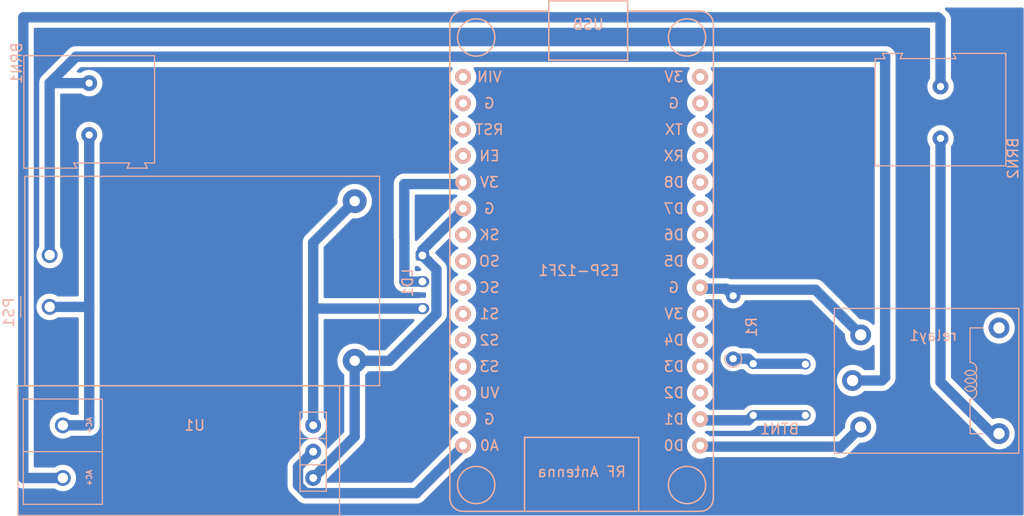
<source format=kicad_pcb>
(kicad_pcb (version 20171130) (host pcbnew "(5.1.10)-1")

  (general
    (thickness 1.6)
    (drawings 0)
    (tracks 58)
    (zones 0)
    (modules 9)
    (nets 1)
  )

  (page User 210.007 296.012)
  (layers
    (0 F.Cu signal)
    (31 B.Cu signal)
    (32 B.Adhes user)
    (33 F.Adhes user)
    (34 B.Paste user)
    (35 F.Paste user)
    (36 B.SilkS user)
    (37 F.SilkS user)
    (38 B.Mask user)
    (39 F.Mask user)
    (40 Dwgs.User user)
    (41 Cmts.User user)
    (42 Eco1.User user)
    (43 Eco2.User user)
    (44 Edge.Cuts user)
    (45 Margin user)
    (46 B.CrtYd user)
    (47 F.CrtYd user)
    (48 B.Fab user)
    (49 F.Fab user)
  )

  (setup
    (last_trace_width 1)
    (trace_clearance 0.2)
    (zone_clearance 0.508)
    (zone_45_only no)
    (trace_min 0.2)
    (via_size 0.8)
    (via_drill 0.4)
    (via_min_size 0.4)
    (via_min_drill 0.3)
    (uvia_size 0.3)
    (uvia_drill 0.1)
    (uvias_allowed no)
    (uvia_min_size 0.2)
    (uvia_min_drill 0.1)
    (edge_width 0.05)
    (segment_width 0.2)
    (pcb_text_width 0.3)
    (pcb_text_size 1.5 1.5)
    (mod_edge_width 0.12)
    (mod_text_size 1 1)
    (mod_text_width 0.15)
    (pad_size 2 2)
    (pad_drill 1.1)
    (pad_to_mask_clearance 0)
    (aux_axis_origin 0 0)
    (visible_elements 7FFFFFFF)
    (pcbplotparams
      (layerselection 0x010fc_ffffffff)
      (usegerberextensions false)
      (usegerberattributes true)
      (usegerberadvancedattributes true)
      (creategerberjobfile true)
      (excludeedgelayer true)
      (linewidth 0.100000)
      (plotframeref false)
      (viasonmask false)
      (mode 1)
      (useauxorigin false)
      (hpglpennumber 1)
      (hpglpenspeed 20)
      (hpglpendiameter 15.000000)
      (psnegative false)
      (psa4output false)
      (plotreference true)
      (plotvalue true)
      (plotinvisibletext false)
      (padsonsilk false)
      (subtractmaskfromsilk false)
      (outputformat 1)
      (mirror false)
      (drillshape 0)
      (scaleselection 1)
      (outputdirectory ""))
  )

  (net 0 "")

  (net_class Default "This is the default net class."
    (clearance 0.2)
    (trace_width 1)
    (via_dia 0.8)
    (via_drill 0.4)
    (uvia_dia 0.3)
    (uvia_drill 0.1)
  )

  (module Package_TO_SOT_THT:TO-92Flat (layer B.Cu) (tedit 616B14E7) (tstamp 616B6E63)
    (at 95.09 184.33 270)
    (descr "TO-92Flat package, often used for hall sensors, drill 0.75mm (see e.g. http://www.ti.com/lit/ds/symlink/drv5023.pdf)")
    (tags "to-92Flat hall sensor")
    (path /615B9CAD)
    (fp_text reference LD1 (at -4.7752 1.524 270) (layer B.SilkS)
      (effects (font (size 1 1) (thickness 0.15)) (justify mirror))
    )
    (fp_text value LD33V (at -4.6736 3.0988 270) (layer B.Fab)
      (effects (font (size 1 1) (thickness 0.15)) (justify mirror))
    )
    (fp_line (start 0.11 -0.9012) (end -9.87 -0.9012) (layer B.CrtYd) (width 0.05))
    (fp_line (start -9.87 3.9988) (end -9.87 -0.9012) (layer B.CrtYd) (width 0.05))
    (fp_line (start -9.87 3.9988) (end 0.11 3.9988) (layer B.CrtYd) (width 0.05))
    (fp_line (start 0.11 3.9988) (end 0.11 -0.9012) (layer B.CrtYd) (width 0.05))
    (fp_text user %R (at -7.7724 2.5908 180) (layer B.Fab)
      (effects (font (size 0.8 0.8) (thickness 0.12)) (justify mirror))
    )
    (pad 2 thru_hole oval (at -4.89 0.0988 270) (size 1.05 1.3) (drill 0.75) (layers *.Cu *.Mask))
    (pad 3 thru_hole oval (at -2.286 0.0988 270) (size 1.05 1.3) (drill 0.75) (layers *.Cu *.Mask))
    (pad 1 thru_hole roundrect (at -7.4168 0.1016 270) (size 1.05 1.3) (drill 0.75) (layers *.Cu *.Mask) (roundrect_rratio 0.238))
    (model ${KISYS3DMOD}/Package_TO_SOT_THT.3dshapes/TO-92Flat.wrl
      (at (xyz 0 0 0))
      (scale (xyz 1 1 1))
      (rotate (xyz 0 0 0))
    )
  )

  (module TerminalBlock:TerminalBlock_Altech_AK300-2_P5.00mm (layer B.Cu) (tedit 616B0474) (tstamp 616B6E7B)
    (at 144.93 165.62 90)
    (descr "Altech AK300 terminal block, pitch 5.0mm, 45 degree angled, see http://www.mouser.com/ds/2/16/PCBMETRC-24178.pdf")
    (tags "Altech AK300 terminal block pitch 5.0mm")
    (path /615DBABA)
    (fp_text reference BRN2 (at -1.92 6.99 270) (layer B.SilkS)
      (effects (font (size 1 1) (thickness 0.15)) (justify mirror))
    )
    (fp_text value borne (at 2.78 -7.75 270) (layer B.Fab)
      (effects (font (size 1 1) (thickness 0.15)) (justify mirror))
    )
    (fp_line (start -2.65 6.3) (end -2.65 -6.3) (layer B.SilkS) (width 0.12))
    (fp_line (start -2.65 -6.3) (end 7.7 -6.3) (layer B.SilkS) (width 0.12))
    (fp_line (start 7.7 -6.3) (end 7.7 -5.35) (layer B.SilkS) (width 0.12))
    (fp_line (start 7.7 -5.35) (end 8.2 -5.6) (layer B.SilkS) (width 0.12))
    (fp_line (start 8.2 -5.6) (end 8.2 -3.7) (layer B.SilkS) (width 0.12))
    (fp_line (start 8.2 -3.7) (end 8.2 -3.65) (layer B.SilkS) (width 0.12))
    (fp_line (start 8.2 -3.65) (end 7.7 -3.9) (layer B.SilkS) (width 0.12))
    (fp_line (start 7.7 -3.9) (end 7.7 1.5) (layer B.SilkS) (width 0.12))
    (fp_line (start 7.7 1.5) (end 8.2 1.2) (layer B.SilkS) (width 0.12))
    (fp_line (start 8.2 1.2) (end 8.2 6.3) (layer B.SilkS) (width 0.12))
    (fp_line (start 8.2 6.3) (end -2.65 6.3) (layer B.SilkS) (width 0.12))
    (fp_line (start -1.26 -2.54) (end 1.28 -2.54) (layer B.Fab) (width 0.1))
    (fp_line (start 1.28 -2.54) (end 1.28 0.25) (layer B.Fab) (width 0.1))
    (fp_line (start -1.26 0.25) (end 1.28 0.25) (layer B.Fab) (width 0.1))
    (fp_line (start -1.26 -2.54) (end -1.26 0.25) (layer B.Fab) (width 0.1))
    (fp_line (start 3.74 -2.54) (end 6.28 -2.54) (layer B.Fab) (width 0.1))
    (fp_line (start 6.28 -2.54) (end 6.28 0.25) (layer B.Fab) (width 0.1))
    (fp_line (start 3.74 0.25) (end 6.28 0.25) (layer B.Fab) (width 0.1))
    (fp_line (start 3.74 -2.54) (end 3.74 0.25) (layer B.Fab) (width 0.1))
    (fp_line (start 7.61 6.22) (end 7.61 3.17) (layer B.Fab) (width 0.1))
    (fp_line (start 7.61 6.22) (end -2.58 6.22) (layer B.Fab) (width 0.1))
    (fp_line (start 7.61 6.22) (end 8.11 6.22) (layer B.Fab) (width 0.1))
    (fp_line (start 8.11 6.22) (end 8.11 1.4) (layer B.Fab) (width 0.1))
    (fp_line (start 8.11 1.4) (end 7.61 1.65) (layer B.Fab) (width 0.1))
    (fp_line (start 8.11 -5.46) (end 7.61 -5.21) (layer B.Fab) (width 0.1))
    (fp_line (start 7.61 -5.21) (end 7.61 -6.22) (layer B.Fab) (width 0.1))
    (fp_line (start 8.11 -3.81) (end 7.61 -4.06) (layer B.Fab) (width 0.1))
    (fp_line (start 7.61 -4.06) (end 7.61 -5.21) (layer B.Fab) (width 0.1))
    (fp_line (start 8.11 -3.81) (end 8.11 -5.46) (layer B.Fab) (width 0.1))
    (fp_line (start 2.98 -6.22) (end 2.98 -4.32) (layer B.Fab) (width 0.1))
    (fp_line (start 7.05 0.25) (end 7.05 -4.32) (layer B.Fab) (width 0.1))
    (fp_line (start 2.98 -6.22) (end 7.05 -6.22) (layer B.Fab) (width 0.1))
    (fp_line (start 7.05 -6.22) (end 7.61 -6.22) (layer B.Fab) (width 0.1))
    (fp_line (start 2.04 -6.22) (end 2.04 -4.32) (layer B.Fab) (width 0.1))
    (fp_line (start 2.04 -6.22) (end 2.98 -6.22) (layer B.Fab) (width 0.1))
    (fp_line (start -2.02 0.25) (end -2.02 -4.32) (layer B.Fab) (width 0.1))
    (fp_line (start -2.58 -6.22) (end -2.02 -6.22) (layer B.Fab) (width 0.1))
    (fp_line (start -2.02 -6.22) (end 2.04 -6.22) (layer B.Fab) (width 0.1))
    (fp_line (start 2.98 -4.32) (end 7.05 -4.32) (layer B.Fab) (width 0.1))
    (fp_line (start 2.98 -4.32) (end 2.98 0.25) (layer B.Fab) (width 0.1))
    (fp_line (start 7.05 -4.32) (end 7.05 -6.22) (layer B.Fab) (width 0.1))
    (fp_line (start 2.04 -4.32) (end -2.02 -4.32) (layer B.Fab) (width 0.1))
    (fp_line (start 2.04 -4.32) (end 2.04 0.25) (layer B.Fab) (width 0.1))
    (fp_line (start -2.02 -4.32) (end -2.02 -6.22) (layer B.Fab) (width 0.1))
    (fp_line (start 6.67 -3.68) (end 6.67 -0.51) (layer B.Fab) (width 0.1))
    (fp_line (start 6.67 -3.68) (end 3.36 -3.68) (layer B.Fab) (width 0.1))
    (fp_line (start 3.36 -3.68) (end 3.36 -0.51) (layer B.Fab) (width 0.1))
    (fp_line (start 1.66 -3.68) (end 1.66 -0.51) (layer B.Fab) (width 0.1))
    (fp_line (start 1.66 -3.68) (end -1.64 -3.68) (layer B.Fab) (width 0.1))
    (fp_line (start -1.64 -3.68) (end -1.64 -0.51) (layer B.Fab) (width 0.1))
    (fp_line (start -1.64 -0.51) (end -1.26 -0.51) (layer B.Fab) (width 0.1))
    (fp_line (start 1.66 -0.51) (end 1.28 -0.51) (layer B.Fab) (width 0.1))
    (fp_line (start 3.36 -0.51) (end 3.74 -0.51) (layer B.Fab) (width 0.1))
    (fp_line (start 6.67 -0.51) (end 6.28 -0.51) (layer B.Fab) (width 0.1))
    (fp_line (start -2.58 -6.22) (end -2.58 0.64) (layer B.Fab) (width 0.1))
    (fp_line (start -2.58 0.64) (end -2.58 3.17) (layer B.Fab) (width 0.1))
    (fp_line (start 7.61 1.65) (end 7.61 0.64) (layer B.Fab) (width 0.1))
    (fp_line (start 7.61 0.64) (end 7.61 -4.06) (layer B.Fab) (width 0.1))
    (fp_line (start -2.58 3.17) (end 7.61 3.17) (layer B.Fab) (width 0.1))
    (fp_line (start -2.58 3.17) (end -2.58 6.22) (layer B.Fab) (width 0.1))
    (fp_line (start 7.61 3.17) (end 7.61 1.65) (layer B.Fab) (width 0.1))
    (fp_line (start 2.98 3.43) (end 2.98 5.97) (layer B.Fab) (width 0.1))
    (fp_line (start 2.98 5.97) (end 7.05 5.97) (layer B.Fab) (width 0.1))
    (fp_line (start 7.05 5.97) (end 7.05 3.43) (layer B.Fab) (width 0.1))
    (fp_line (start 7.05 3.43) (end 2.98 3.43) (layer B.Fab) (width 0.1))
    (fp_line (start 2.04 3.43) (end 2.04 5.97) (layer B.Fab) (width 0.1))
    (fp_line (start 2.04 3.43) (end -2.02 3.43) (layer B.Fab) (width 0.1))
    (fp_line (start -2.02 3.43) (end -2.02 5.97) (layer B.Fab) (width 0.1))
    (fp_line (start 2.04 5.97) (end -2.02 5.97) (layer B.Fab) (width 0.1))
    (fp_line (start 3.39 4.45) (end 6.44 5.08) (layer B.Fab) (width 0.1))
    (fp_line (start 3.52 4.32) (end 6.56 4.95) (layer B.Fab) (width 0.1))
    (fp_line (start -1.62 4.45) (end 1.44 5.08) (layer B.Fab) (width 0.1))
    (fp_line (start -1.49 4.32) (end 1.56 4.95) (layer B.Fab) (width 0.1))
    (fp_line (start -2.02 0.25) (end -1.64 0.25) (layer B.Fab) (width 0.1))
    (fp_line (start 2.04 0.25) (end 1.66 0.25) (layer B.Fab) (width 0.1))
    (fp_line (start 1.66 0.25) (end -1.64 0.25) (layer B.Fab) (width 0.1))
    (fp_line (start -2.58 0.64) (end -1.64 0.64) (layer B.Fab) (width 0.1))
    (fp_line (start -1.64 0.64) (end 1.66 0.64) (layer B.Fab) (width 0.1))
    (fp_line (start 1.66 0.64) (end 3.36 0.64) (layer B.Fab) (width 0.1))
    (fp_line (start 7.61 0.64) (end 6.67 0.64) (layer B.Fab) (width 0.1))
    (fp_line (start 6.67 0.64) (end 3.36 0.64) (layer B.Fab) (width 0.1))
    (fp_line (start 7.05 0.25) (end 6.67 0.25) (layer B.Fab) (width 0.1))
    (fp_line (start 2.98 0.25) (end 3.36 0.25) (layer B.Fab) (width 0.1))
    (fp_line (start 3.36 0.25) (end 6.67 0.25) (layer B.Fab) (width 0.1))
    (fp_line (start -2.83 6.47) (end 8.36 6.47) (layer B.CrtYd) (width 0.05))
    (fp_line (start -2.83 6.47) (end -2.83 -6.47) (layer B.CrtYd) (width 0.05))
    (fp_line (start 8.36 -6.47) (end 8.36 6.47) (layer B.CrtYd) (width 0.05))
    (fp_line (start 8.36 -6.47) (end -2.83 -6.47) (layer B.CrtYd) (width 0.05))
    (fp_arc (start -1.13 4.65) (end -1.42 4.13) (angle -104.2) (layer B.Fab) (width 0.1))
    (fp_arc (start -0.01 3.71) (end -1.62 5) (angle -100) (layer B.Fab) (width 0.1))
    (fp_arc (start 0.06 6.07) (end 1.53 4.12) (angle -75.5) (layer B.Fab) (width 0.1))
    (fp_arc (start 1.03 4.59) (end 1.53 5.05) (angle -90.5) (layer B.Fab) (width 0.1))
    (fp_arc (start 3.87 4.65) (end 3.58 4.13) (angle -104.2) (layer B.Fab) (width 0.1))
    (fp_arc (start 4.99 3.71) (end 3.39 5) (angle -100) (layer B.Fab) (width 0.1))
    (fp_arc (start 5.07 6.07) (end 6.53 4.12) (angle -75.5) (layer B.Fab) (width 0.1))
    (fp_arc (start 6.03 4.59) (end 6.54 5.05) (angle -90.5) (layer B.Fab) (width 0.1))
    (fp_text user %R (at 2.5 2 270) (layer B.Fab)
      (effects (font (size 1 1) (thickness 0.15)) (justify mirror))
    )
    (pad 2 thru_hole circle (at 5 0 90) (size 1.524 1.524) (drill 0.7) (layers *.Cu *.Mask))
    (pad 1 thru_hole circle (at 0 0 90) (size 1.524 1.524) (drill 0.7) (layers *.Cu *.Mask))
    (model ${KISYS3DMOD}/TerminalBlock.3dshapes/TerminalBlock_Altech_AK300-2_P5.00mm.wrl
      (at (xyz 0 0 0))
      (scale (xyz 1 1 1))
      (rotate (xyz 0 0 0))
    )
  )

  (module Button_Switch_THT:SW_PUSH_6mm_H5mm (layer B.Cu) (tedit 616B169A) (tstamp 616B6E6E)
    (at 127.84 191.48)
    (descr "tactile push button, 6x6mm e.g. PHAP33xx series, height=5mm")
    (tags "tact sw push 6mm")
    (path /615B64BA)
    (fp_text reference BTN1 (at 1.5748 2.1844) (layer B.SilkS)
      (effects (font (size 1 1) (thickness 0.15)) (justify mirror))
    )
    (fp_text value button (at 1.4732 -5.334) (layer B.Fab)
      (effects (font (size 1 1) (thickness 0.15)) (justify mirror))
    )
    (fp_line (start -1.4628 1.4224) (end 4.572 1.4224) (layer B.CrtYd) (width 0.05))
    (fp_line (start -1.4732 1.412) (end -1.4732 -4.6228) (layer B.CrtYd) (width 0.05))
    (fp_line (start -1.4628 -4.6228) (end 4.572 -4.6228) (layer B.CrtYd) (width 0.05))
    (fp_line (start 4.572 1.412) (end 4.572 -4.6228) (layer B.CrtYd) (width 0.05))
    (fp_circle (center 1.4212 -1.742) (end -0.5788 -1.992) (layer B.Fab) (width 0.1))
    (fp_text user %R (at 1.4212 -1.742) (layer B.Fab)
      (effects (font (size 1 1) (thickness 0.15)) (justify mirror))
    )
    (pad 1 thru_hole circle (at 4.064 0.8636 270) (size 1 1) (drill 0.7) (layers *.Cu *.Mask))
    (pad 2 thru_hole circle (at 4.064 -4.064 270) (size 1 1) (drill 0.7) (layers *.Cu *.Mask))
    (pad 1 thru_hole circle (at -0.9652 0.8636 270) (size 1 1) (drill 0.7) (layers *.Cu *.Mask))
    (pad 2 thru_hole circle (at -0.9652 -4.1148 270) (size 1 1) (drill 0.7) (layers *.Cu *.Mask))
    (model ${KISYS3DMOD}/Button_Switch_THT.3dshapes/SW_PUSH_6mm_H5mm.wrl
      (at (xyz 0 0 0))
      (scale (xyz 1 1 1))
      (rotate (xyz 0 0 0))
    )
  )

  (module TerminalBlock:TerminalBlock_Altech_AK300-2_P5.00mm (layer B.Cu) (tedit 616B044D) (tstamp 616B6DFD)
    (at 62.87 160.29 270)
    (descr "Altech AK300 terminal block, pitch 5.0mm, 45 degree angled, see http://www.mouser.com/ds/2/16/PCBMETRC-24178.pdf")
    (tags "Altech AK300 terminal block pitch 5.0mm")
    (path /615B023F)
    (fp_text reference BRN1 (at -1.92 6.99 270) (layer B.SilkS)
      (effects (font (size 1 1) (thickness 0.15)) (justify mirror))
    )
    (fp_text value borne (at 2.78 -7.75 270) (layer B.Fab)
      (effects (font (size 1 1) (thickness 0.15)) (justify mirror))
    )
    (fp_line (start -2.65 6.3) (end -2.65 -6.3) (layer B.SilkS) (width 0.12))
    (fp_line (start -2.65 -6.3) (end 7.7 -6.3) (layer B.SilkS) (width 0.12))
    (fp_line (start 7.7 -6.3) (end 7.7 -5.35) (layer B.SilkS) (width 0.12))
    (fp_line (start 7.7 -5.35) (end 8.2 -5.6) (layer B.SilkS) (width 0.12))
    (fp_line (start 8.2 -5.6) (end 8.2 -3.7) (layer B.SilkS) (width 0.12))
    (fp_line (start 8.2 -3.7) (end 8.2 -3.65) (layer B.SilkS) (width 0.12))
    (fp_line (start 8.2 -3.65) (end 7.7 -3.9) (layer B.SilkS) (width 0.12))
    (fp_line (start 7.7 -3.9) (end 7.7 1.5) (layer B.SilkS) (width 0.12))
    (fp_line (start 7.7 1.5) (end 8.2 1.2) (layer B.SilkS) (width 0.12))
    (fp_line (start 8.2 1.2) (end 8.2 6.3) (layer B.SilkS) (width 0.12))
    (fp_line (start 8.2 6.3) (end -2.65 6.3) (layer B.SilkS) (width 0.12))
    (fp_line (start -1.26 -2.54) (end 1.28 -2.54) (layer B.Fab) (width 0.1))
    (fp_line (start 1.28 -2.54) (end 1.28 0.25) (layer B.Fab) (width 0.1))
    (fp_line (start -1.26 0.25) (end 1.28 0.25) (layer B.Fab) (width 0.1))
    (fp_line (start -1.26 -2.54) (end -1.26 0.25) (layer B.Fab) (width 0.1))
    (fp_line (start 3.74 -2.54) (end 6.28 -2.54) (layer B.Fab) (width 0.1))
    (fp_line (start 6.28 -2.54) (end 6.28 0.25) (layer B.Fab) (width 0.1))
    (fp_line (start 3.74 0.25) (end 6.28 0.25) (layer B.Fab) (width 0.1))
    (fp_line (start 3.74 -2.54) (end 3.74 0.25) (layer B.Fab) (width 0.1))
    (fp_line (start 7.61 6.22) (end 7.61 3.17) (layer B.Fab) (width 0.1))
    (fp_line (start 7.61 6.22) (end -2.58 6.22) (layer B.Fab) (width 0.1))
    (fp_line (start 7.61 6.22) (end 8.11 6.22) (layer B.Fab) (width 0.1))
    (fp_line (start 8.11 6.22) (end 8.11 1.4) (layer B.Fab) (width 0.1))
    (fp_line (start 8.11 1.4) (end 7.61 1.65) (layer B.Fab) (width 0.1))
    (fp_line (start 8.11 -5.46) (end 7.61 -5.21) (layer B.Fab) (width 0.1))
    (fp_line (start 7.61 -5.21) (end 7.61 -6.22) (layer B.Fab) (width 0.1))
    (fp_line (start 8.11 -3.81) (end 7.61 -4.06) (layer B.Fab) (width 0.1))
    (fp_line (start 7.61 -4.06) (end 7.61 -5.21) (layer B.Fab) (width 0.1))
    (fp_line (start 8.11 -3.81) (end 8.11 -5.46) (layer B.Fab) (width 0.1))
    (fp_line (start 2.98 -6.22) (end 2.98 -4.32) (layer B.Fab) (width 0.1))
    (fp_line (start 7.05 0.25) (end 7.05 -4.32) (layer B.Fab) (width 0.1))
    (fp_line (start 2.98 -6.22) (end 7.05 -6.22) (layer B.Fab) (width 0.1))
    (fp_line (start 7.05 -6.22) (end 7.61 -6.22) (layer B.Fab) (width 0.1))
    (fp_line (start 2.04 -6.22) (end 2.04 -4.32) (layer B.Fab) (width 0.1))
    (fp_line (start 2.04 -6.22) (end 2.98 -6.22) (layer B.Fab) (width 0.1))
    (fp_line (start -2.02 0.25) (end -2.02 -4.32) (layer B.Fab) (width 0.1))
    (fp_line (start -2.58 -6.22) (end -2.02 -6.22) (layer B.Fab) (width 0.1))
    (fp_line (start -2.02 -6.22) (end 2.04 -6.22) (layer B.Fab) (width 0.1))
    (fp_line (start 2.98 -4.32) (end 7.05 -4.32) (layer B.Fab) (width 0.1))
    (fp_line (start 2.98 -4.32) (end 2.98 0.25) (layer B.Fab) (width 0.1))
    (fp_line (start 7.05 -4.32) (end 7.05 -6.22) (layer B.Fab) (width 0.1))
    (fp_line (start 2.04 -4.32) (end -2.02 -4.32) (layer B.Fab) (width 0.1))
    (fp_line (start 2.04 -4.32) (end 2.04 0.25) (layer B.Fab) (width 0.1))
    (fp_line (start -2.02 -4.32) (end -2.02 -6.22) (layer B.Fab) (width 0.1))
    (fp_line (start 6.67 -3.68) (end 6.67 -0.51) (layer B.Fab) (width 0.1))
    (fp_line (start 6.67 -3.68) (end 3.36 -3.68) (layer B.Fab) (width 0.1))
    (fp_line (start 3.36 -3.68) (end 3.36 -0.51) (layer B.Fab) (width 0.1))
    (fp_line (start 1.66 -3.68) (end 1.66 -0.51) (layer B.Fab) (width 0.1))
    (fp_line (start 1.66 -3.68) (end -1.64 -3.68) (layer B.Fab) (width 0.1))
    (fp_line (start -1.64 -3.68) (end -1.64 -0.51) (layer B.Fab) (width 0.1))
    (fp_line (start -1.64 -0.51) (end -1.26 -0.51) (layer B.Fab) (width 0.1))
    (fp_line (start 1.66 -0.51) (end 1.28 -0.51) (layer B.Fab) (width 0.1))
    (fp_line (start 3.36 -0.51) (end 3.74 -0.51) (layer B.Fab) (width 0.1))
    (fp_line (start 6.67 -0.51) (end 6.28 -0.51) (layer B.Fab) (width 0.1))
    (fp_line (start -2.58 -6.22) (end -2.58 0.64) (layer B.Fab) (width 0.1))
    (fp_line (start -2.58 0.64) (end -2.58 3.17) (layer B.Fab) (width 0.1))
    (fp_line (start 7.61 1.65) (end 7.61 0.64) (layer B.Fab) (width 0.1))
    (fp_line (start 7.61 0.64) (end 7.61 -4.06) (layer B.Fab) (width 0.1))
    (fp_line (start -2.58 3.17) (end 7.61 3.17) (layer B.Fab) (width 0.1))
    (fp_line (start -2.58 3.17) (end -2.58 6.22) (layer B.Fab) (width 0.1))
    (fp_line (start 7.61 3.17) (end 7.61 1.65) (layer B.Fab) (width 0.1))
    (fp_line (start 2.98 3.43) (end 2.98 5.97) (layer B.Fab) (width 0.1))
    (fp_line (start 2.98 5.97) (end 7.05 5.97) (layer B.Fab) (width 0.1))
    (fp_line (start 7.05 5.97) (end 7.05 3.43) (layer B.Fab) (width 0.1))
    (fp_line (start 7.05 3.43) (end 2.98 3.43) (layer B.Fab) (width 0.1))
    (fp_line (start 2.04 3.43) (end 2.04 5.97) (layer B.Fab) (width 0.1))
    (fp_line (start 2.04 3.43) (end -2.02 3.43) (layer B.Fab) (width 0.1))
    (fp_line (start -2.02 3.43) (end -2.02 5.97) (layer B.Fab) (width 0.1))
    (fp_line (start 2.04 5.97) (end -2.02 5.97) (layer B.Fab) (width 0.1))
    (fp_line (start 3.39 4.45) (end 6.44 5.08) (layer B.Fab) (width 0.1))
    (fp_line (start 3.52 4.32) (end 6.56 4.95) (layer B.Fab) (width 0.1))
    (fp_line (start -1.62 4.45) (end 1.44 5.08) (layer B.Fab) (width 0.1))
    (fp_line (start -1.49 4.32) (end 1.56 4.95) (layer B.Fab) (width 0.1))
    (fp_line (start -2.02 0.25) (end -1.64 0.25) (layer B.Fab) (width 0.1))
    (fp_line (start 2.04 0.25) (end 1.66 0.25) (layer B.Fab) (width 0.1))
    (fp_line (start 1.66 0.25) (end -1.64 0.25) (layer B.Fab) (width 0.1))
    (fp_line (start -2.58 0.64) (end -1.64 0.64) (layer B.Fab) (width 0.1))
    (fp_line (start -1.64 0.64) (end 1.66 0.64) (layer B.Fab) (width 0.1))
    (fp_line (start 1.66 0.64) (end 3.36 0.64) (layer B.Fab) (width 0.1))
    (fp_line (start 7.61 0.64) (end 6.67 0.64) (layer B.Fab) (width 0.1))
    (fp_line (start 6.67 0.64) (end 3.36 0.64) (layer B.Fab) (width 0.1))
    (fp_line (start 7.05 0.25) (end 6.67 0.25) (layer B.Fab) (width 0.1))
    (fp_line (start 2.98 0.25) (end 3.36 0.25) (layer B.Fab) (width 0.1))
    (fp_line (start 3.36 0.25) (end 6.67 0.25) (layer B.Fab) (width 0.1))
    (fp_line (start -2.83 6.47) (end 8.36 6.47) (layer B.CrtYd) (width 0.05))
    (fp_line (start -2.83 6.47) (end -2.83 -6.47) (layer B.CrtYd) (width 0.05))
    (fp_line (start 8.36 -6.47) (end 8.36 6.47) (layer B.CrtYd) (width 0.05))
    (fp_line (start 8.36 -6.47) (end -2.83 -6.47) (layer B.CrtYd) (width 0.05))
    (fp_arc (start -1.13 4.65) (end -1.42 4.13) (angle -104.2) (layer B.Fab) (width 0.1))
    (fp_arc (start -0.01 3.71) (end -1.62 5) (angle -100) (layer B.Fab) (width 0.1))
    (fp_arc (start 0.06 6.07) (end 1.53 4.12) (angle -75.5) (layer B.Fab) (width 0.1))
    (fp_arc (start 1.03 4.59) (end 1.53 5.05) (angle -90.5) (layer B.Fab) (width 0.1))
    (fp_arc (start 3.87 4.65) (end 3.58 4.13) (angle -104.2) (layer B.Fab) (width 0.1))
    (fp_arc (start 4.99 3.71) (end 3.39 5) (angle -100) (layer B.Fab) (width 0.1))
    (fp_arc (start 5.07 6.07) (end 6.53 4.12) (angle -75.5) (layer B.Fab) (width 0.1))
    (fp_arc (start 6.03 4.59) (end 6.54 5.05) (angle -90.5) (layer B.Fab) (width 0.1))
    (fp_text user %R (at 2.5 2 270) (layer B.Fab)
      (effects (font (size 1 1) (thickness 0.15)) (justify mirror))
    )
    (pad 2 thru_hole circle (at 5 0 270) (size 1.524 1.524) (drill 0.7) (layers *.Cu *.Mask))
    (pad 1 thru_hole circle (at 0 0 270) (size 1.524 1.524) (drill 0.7) (layers *.Cu *.Mask))
    (model ${KISYS3DMOD}/TerminalBlock.3dshapes/TerminalBlock_Altech_AK300-2_P5.00mm.wrl
      (at (xyz 0 0 0))
      (scale (xyz 1 1 1))
      (rotate (xyz 0 0 0))
    )
  )

  (module Relay_THT:Relay_SPST_RAYEX-L90A (layer B.Cu) (tedit 616B1753) (tstamp 616B6DE9)
    (at 144.22 189.645 180)
    (descr https://a3.sofastcdn.com/attachment/7jioKBjnRiiSrjrjknRiwS77gwbf3zmp/L90-SERIES.pdf)
    (tags "Relay RAYEX L90A SPST NO")
    (path /615D7E62)
    (fp_text reference relay1 (at 0 5) (layer B.SilkS)
      (effects (font (size 1 1) (thickness 0.15)) (justify mirror))
    )
    (fp_text value "relé 5v" (at 0 -5 180) (layer B.Fab)
      (effects (font (size 1 1) (thickness 0.15)) (justify mirror))
    )
    (fp_line (start -8.255 -6.35) (end -8.255 7.62) (layer B.SilkS) (width 0.12))
    (fp_line (start 9.525 -6.35) (end -8.255 -6.35) (layer B.SilkS) (width 0.12))
    (fp_line (start 9.525 7.62) (end 9.525 -6.35) (layer B.SilkS) (width 0.12))
    (fp_line (start -8.255 7.62) (end 9.525 7.62) (layer B.SilkS) (width 0.12))
    (fp_line (start -4.826 5.7404) (end -3.556 5.7404) (layer B.SilkS) (width 0.12))
    (fp_line (start -3.556 -4.4704) (end -4.826 -4.4704) (layer B.SilkS) (width 0.12))
    (fp_line (start -3.555998 -4.470397) (end -3.555998 -1.142997) (layer B.SilkS) (width 0.12))
    (fp_line (start -3.556 2.413) (end -3.556 5.7404) (layer B.SilkS) (width 0.12))
    (fp_arc (start -3.555998 -0.507997) (end -3.555998 -1.142997) (angle -233.1) (layer B.SilkS) (width 0.12))
    (fp_arc (start -3.556 1.778) (end -3.556 2.413) (angle 233.1) (layer B.SilkS) (width 0.12))
    (fp_arc (start -3.555998 0.254002) (end -3.047999 0.635002) (angle 286.3) (layer B.SilkS) (width 0.12))
    (fp_arc (start -3.555999 1.016001) (end -3.048 1.397001) (angle 286.3) (layer B.SilkS) (width 0.12))
    (pad A2 thru_hole circle (at 7.7724 0.6604) (size 2 2) (drill 1.1) (layers *.Cu *.Mask))
    (pad A2 thru_hole circle (at 6.985 5.06) (size 2 2) (drill 1.1) (layers *.Cu *.Mask))
    (pad A2 thru_hole circle (at 6.985 -3.83) (size 2 2) (drill 1.1) (layers *.Cu *.Mask))
    (pad A1 thru_hole circle (at -6.35 5.735) (size 2 2) (drill 1.1) (layers *.Cu *.Mask))
    (pad A2 thru_hole circle (at -6.35 -4.465) (size 2 2) (drill 1.1) (layers *.Cu *.Mask))
    (model ${KISYS3DMOD}/Relay_THT.3dshapes/Relay_SPST_RAYEX-L90A.wrl
      (at (xyz 0 0 0))
      (scale (xyz 1 1 1))
      (rotate (xyz 0 0 0))
    )
  )

  (module Resistor_THT:R_Axial_DIN0204_L3.6mm_D1.6mm_P1.90mm_Vertical (layer B.Cu) (tedit 616B1825) (tstamp 616B6DDC)
    (at 124.94 186.88 90)
    (descr "Resistor, Axial_DIN0204 series, Axial, Vertical, pin pitch=1.9mm, 0.167W, length*diameter=3.6*1.6mm^2, http://cdn-reichelt.de/documents/datenblatt/B400/1_4W%23YAG.pdf")
    (tags "Resistor Axial_DIN0204 series Axial Vertical pin pitch 1.9mm 0.167W length 3.6mm diameter 1.6mm")
    (path /615C16BD)
    (fp_text reference R1 (at 3.048 1.778 90) (layer B.SilkS)
      (effects (font (size 1 1) (thickness 0.15)) (justify mirror))
    )
    (fp_text value R (at 2.8956 -1.8288 90) (layer B.Fab)
      (effects (font (size 1 1) (thickness 0.15)) (justify mirror))
    )
    (fp_line (start 6.9088 -1.05) (end -1.0668 -1.05) (layer B.CrtYd) (width 0.05))
    (fp_circle (center 0 0) (end 0.8 0) (layer B.Fab) (width 0.1))
    (fp_line (start 0.2032 0) (end 6.0656 0) (layer B.Fab) (width 0.1))
    (fp_line (start -1.0668 1.0668) (end -1.0668 -1.05) (layer B.CrtYd) (width 0.05))
    (fp_line (start 6.9088 -1.0332) (end 6.9088 1.0668) (layer B.CrtYd) (width 0.05))
    (fp_line (start 6.9088 1.0668) (end -1.0668 1.0668) (layer B.CrtYd) (width 0.05))
    (fp_text user %R (at 3.048 1.778 90) (layer B.Fab)
      (effects (font (size 1 1) (thickness 0.15)) (justify mirror))
    )
    (fp_arc (start 0 0) (end 0.417133 0.7) (angle 233.92106) (layer B.SilkS) (width 0.12))
    (pad 2 thru_hole oval (at 6.0656 0 90) (size 1.4 1.4) (drill 0.7) (layers *.Cu *.Mask))
    (pad 1 thru_hole circle (at 0 0 90) (size 1.4 1.4) (drill 0.7) (layers *.Cu *.Mask))
    (model ${KISYS3DMOD}/Resistor_THT.3dshapes/R_Axial_DIN0204_L3.6mm_D1.6mm_P1.90mm_Vertical.wrl
      (at (xyz 0 0 0))
      (scale (xyz 1 1 1))
      (rotate (xyz 0 0 0))
    )
  )

  (module "ESP8266:NodeMCU1.0(12-E)" (layer B.Cu) (tedit 616B1115) (tstamp 616B6D87)
    (at 97 187)
    (path /6159D54A)
    (fp_text reference ESP-12F1 (at 13.065 -8.62) (layer B.SilkS)
      (effects (font (size 1 1) (thickness 0.15)) (justify mirror))
    )
    (fp_text value "NodeMCU 1.0 (ESP-12F)" (at 13.065 -4.175) (layer B.Fab)
      (effects (font (size 1 1) (thickness 0.15)) (justify mirror))
    )
    (fp_line (start 24.765 -33.655) (end 17.78 -33.655) (layer B.SilkS) (width 0.15))
    (fp_line (start 18.835 7.475) (end 7.835 7.475) (layer B.SilkS) (width 0.15))
    (fp_line (start 18.835 14.605) (end 18.835 7.475) (layer B.SilkS) (width 0.15))
    (fp_line (start 7.835 7.475) (end 7.835 14.605) (layer B.SilkS) (width 0.15))
    (fp_line (start 10.17 -34.655) (end 10.17 -28.925) (layer B.SilkS) (width 0.15))
    (fp_line (start 10.17 -28.925) (end 17.77 -28.925) (layer B.SilkS) (width 0.15))
    (fp_line (start 17.77 -28.925) (end 17.77 -34.655) (layer B.SilkS) (width 0.15))
    (fp_line (start 17.77 -34.655) (end 10.17 -34.655) (layer B.SilkS) (width 0.15))
    (fp_line (start 26.035 13.335) (end 26.035 -32.385) (layer B.SilkS) (width 0.15))
    (fp_line (start 0.635 13.335) (end 0.635 -32.385) (layer B.SilkS) (width 0.15))
    (fp_line (start 10.16 -33.655) (end 1.905 -33.655) (layer B.SilkS) (width 0.15))
    (fp_circle (center 23.495 -31.115) (end 24.765 -29.845) (layer B.SilkS) (width 0.15))
    (fp_circle (center 3.175 -31.115) (end 4.445 -29.845) (layer B.SilkS) (width 0.15))
    (fp_circle (center 3.175 12.065) (end 4.445 13.335) (layer B.SilkS) (width 0.15))
    (fp_circle (center 23.495 12.065) (end 24.765 13.335) (layer B.SilkS) (width 0.15))
    (fp_line (start 24.765 14.605) (end 1.905 14.605) (layer B.SilkS) (width 0.15))
    (fp_text user D0 (at 22.225 8.255) (layer B.SilkS)
      (effects (font (size 1 1) (thickness 0.15)) (justify mirror))
    )
    (fp_text user D1 (at 22.225 5.715) (layer B.SilkS)
      (effects (font (size 1 1) (thickness 0.15)) (justify mirror))
    )
    (fp_text user D2 (at 22.225 3.175) (layer B.SilkS)
      (effects (font (size 1 1) (thickness 0.15)) (justify mirror))
    )
    (fp_text user D3 (at 22.225 0.635) (layer B.SilkS)
      (effects (font (size 1 1) (thickness 0.15)) (justify mirror))
    )
    (fp_text user D4 (at 22.225 -1.905) (layer B.SilkS)
      (effects (font (size 1 1) (thickness 0.15)) (justify mirror))
    )
    (fp_text user 3V (at 22.225 -4.445) (layer B.SilkS)
      (effects (font (size 1 1) (thickness 0.15)) (justify mirror))
    )
    (fp_text user G (at 22.225 -6.985) (layer B.SilkS)
      (effects (font (size 1 1) (thickness 0.15)) (justify mirror))
    )
    (fp_text user D5 (at 22.225 -9.525) (layer B.SilkS)
      (effects (font (size 1 1) (thickness 0.15)) (justify mirror))
    )
    (fp_text user D6 (at 22.225 -12.065) (layer B.SilkS)
      (effects (font (size 1 1) (thickness 0.15)) (justify mirror))
    )
    (fp_text user D7 (at 22.225 -14.605) (layer B.SilkS)
      (effects (font (size 1 1) (thickness 0.15)) (justify mirror))
    )
    (fp_text user D8 (at 22.225 -17.145) (layer B.SilkS)
      (effects (font (size 1 1) (thickness 0.15)) (justify mirror))
    )
    (fp_text user RX (at 22.225 -19.685) (layer B.SilkS)
      (effects (font (size 1 1) (thickness 0.15)) (justify mirror))
    )
    (fp_text user TX (at 22.225 -22.225) (layer B.SilkS)
      (effects (font (size 1 1) (thickness 0.15)) (justify mirror))
    )
    (fp_text user G (at 22.225 -24.765) (layer B.SilkS)
      (effects (font (size 1 1) (thickness 0.15)) (justify mirror))
    )
    (fp_text user 3V (at 22.225 -27.305) (layer B.SilkS)
      (effects (font (size 1 1) (thickness 0.15)) (justify mirror))
    )
    (fp_text user A0 (at 4.445 8.255) (layer B.SilkS)
      (effects (font (size 1 1) (thickness 0.15)) (justify mirror))
    )
    (fp_text user G (at 4.445 5.715) (layer B.SilkS)
      (effects (font (size 1 1) (thickness 0.15)) (justify mirror))
    )
    (fp_text user VU (at 4.445 3.175) (layer B.SilkS)
      (effects (font (size 1 1) (thickness 0.15)) (justify mirror))
    )
    (fp_text user S3 (at 4.445 0.635) (layer B.SilkS)
      (effects (font (size 1 1) (thickness 0.15)) (justify mirror))
    )
    (fp_text user S2 (at 4.445 -1.905) (layer B.SilkS)
      (effects (font (size 1 1) (thickness 0.15)) (justify mirror))
    )
    (fp_text user S1 (at 4.445 -4.445) (layer B.SilkS)
      (effects (font (size 1 1) (thickness 0.15)) (justify mirror))
    )
    (fp_text user SC (at 4.445 -6.985) (layer B.SilkS)
      (effects (font (size 1 1) (thickness 0.15)) (justify mirror))
    )
    (fp_text user SO (at 4.445 -9.525) (layer B.SilkS)
      (effects (font (size 1 1) (thickness 0.15)) (justify mirror))
    )
    (fp_text user SK (at 4.445 -12.065) (layer B.SilkS)
      (effects (font (size 1 1) (thickness 0.15)) (justify mirror))
    )
    (fp_text user G (at 4.445 -14.605) (layer B.SilkS)
      (effects (font (size 1 1) (thickness 0.15)) (justify mirror))
    )
    (fp_text user 3V (at 4.445 -17.145) (layer B.SilkS)
      (effects (font (size 1 1) (thickness 0.15)) (justify mirror))
    )
    (fp_text user EN (at 4.445 -19.685) (layer B.SilkS)
      (effects (font (size 1 1) (thickness 0.15)) (justify mirror))
    )
    (fp_text user RST (at 4.445 -22.225) (layer B.SilkS)
      (effects (font (size 1 1) (thickness 0.15)) (justify mirror))
    )
    (fp_text user G (at 4.445 -24.765) (layer B.SilkS)
      (effects (font (size 1 1) (thickness 0.15)) (justify mirror))
    )
    (fp_text user VIN (at 4.445 -27.305) (layer B.SilkS)
      (effects (font (size 1 1) (thickness 0.15)) (justify mirror))
    )
    (fp_arc (start 1.905 -32.385) (end 1.905 -33.655) (angle -90) (layer B.SilkS) (width 0.15))
    (fp_arc (start 24.765 -32.385) (end 26.035 -32.385) (angle -90) (layer B.SilkS) (width 0.15))
    (fp_arc (start 24.765 13.335) (end 24.765 14.605) (angle -90) (layer B.SilkS) (width 0.15))
    (fp_arc (start 1.905 13.335) (end 0.635 13.335) (angle -90) (layer B.SilkS) (width 0.15))
    (fp_text user "RF Antenna" (at 13.335 10.795) (layer B.SilkS)
      (effects (font (size 1 1) (thickness 0.15)) (justify mirror))
    )
    (fp_text user USB (at 13.97 -32.385) (layer B.SilkS)
      (effects (font (size 1 1) (thickness 0.15)) (justify mirror))
    )
    (pad 30 thru_hole circle (at 24.765 8.255) (size 1.524 1.524) (drill 0.762) (layers *.Cu *.Mask B.SilkS))
    (pad 29 thru_hole circle (at 24.765 5.715) (size 1.524 1.524) (drill 0.762) (layers *.Cu *.Mask B.SilkS))
    (pad 28 thru_hole circle (at 24.765 3.175) (size 1.524 1.524) (drill 0.762) (layers *.Cu *.Mask B.SilkS))
    (pad 27 thru_hole circle (at 24.765 0.635) (size 1.524 1.524) (drill 0.762) (layers *.Cu *.Mask B.SilkS))
    (pad 26 thru_hole circle (at 24.765 -1.905) (size 1.524 1.524) (drill 0.762) (layers *.Cu *.Mask B.SilkS))
    (pad 25 thru_hole circle (at 24.765 -4.445) (size 1.524 1.524) (drill 0.762) (layers *.Cu *.Mask B.SilkS))
    (pad 24 thru_hole circle (at 24.765 -6.985) (size 1.524 1.524) (drill 0.762) (layers *.Cu *.Mask B.SilkS))
    (pad 23 thru_hole circle (at 24.765 -9.525) (size 1.524 1.524) (drill 0.762) (layers *.Cu *.Mask B.SilkS))
    (pad 22 thru_hole circle (at 24.765 -12.065) (size 1.524 1.524) (drill 0.762) (layers *.Cu *.Mask B.SilkS))
    (pad 21 thru_hole circle (at 24.765 -14.605) (size 1.524 1.524) (drill 0.762) (layers *.Cu *.Mask B.SilkS))
    (pad 20 thru_hole circle (at 24.765 -17.145) (size 1.524 1.524) (drill 0.762) (layers *.Cu *.Mask B.SilkS))
    (pad 19 thru_hole circle (at 24.765 -19.685) (size 1.524 1.524) (drill 0.762) (layers *.Cu *.Mask B.SilkS))
    (pad 18 thru_hole circle (at 24.765 -22.225) (size 1.524 1.524) (drill 0.762) (layers *.Cu *.Mask B.SilkS))
    (pad 17 thru_hole circle (at 24.765 -24.765) (size 1.524 1.524) (drill 0.762) (layers *.Cu *.Mask B.SilkS))
    (pad 16 thru_hole circle (at 24.765 -27.305) (size 1.524 1.524) (drill 0.762) (layers *.Cu *.Mask B.SilkS))
    (pad 15 thru_hole circle (at 1.905 -27.305) (size 1.524 1.524) (drill 0.762) (layers *.Cu *.Mask B.SilkS))
    (pad 14 thru_hole circle (at 1.905 -24.765) (size 1.524 1.524) (drill 0.762) (layers *.Cu *.Mask B.SilkS))
    (pad 13 thru_hole circle (at 1.905 -22.225) (size 1.524 1.524) (drill 0.762) (layers *.Cu *.Mask B.SilkS))
    (pad 12 thru_hole circle (at 1.905 -19.685) (size 1.524 1.524) (drill 0.762) (layers *.Cu *.Mask B.SilkS))
    (pad 11 thru_hole circle (at 1.905 -17.145) (size 1.524 1.524) (drill 0.762) (layers *.Cu *.Mask B.SilkS))
    (pad 10 thru_hole circle (at 1.905 -14.605) (size 1.524 1.524) (drill 0.762) (layers *.Cu *.Mask B.SilkS))
    (pad 9 thru_hole circle (at 1.905 -12.065) (size 1.524 1.524) (drill 0.762) (layers *.Cu *.Mask B.SilkS))
    (pad 8 thru_hole circle (at 1.905 -9.525) (size 1.524 1.524) (drill 0.762) (layers *.Cu *.Mask B.SilkS))
    (pad 7 thru_hole circle (at 1.905 -6.985) (size 1.524 1.524) (drill 0.762) (layers *.Cu *.Mask B.SilkS))
    (pad 6 thru_hole circle (at 1.905 -4.445) (size 1.524 1.524) (drill 0.762) (layers *.Cu *.Mask B.SilkS))
    (pad 5 thru_hole circle (at 1.905 -1.905) (size 1.524 1.524) (drill 0.762) (layers *.Cu *.Mask B.SilkS))
    (pad 4 thru_hole circle (at 1.905 0.635) (size 1.524 1.524) (drill 0.762) (layers *.Cu *.Mask B.SilkS))
    (pad 3 thru_hole circle (at 1.905 3.175) (size 1.524 1.524) (drill 0.762) (layers *.Cu *.Mask B.SilkS))
    (pad 2 thru_hole circle (at 1.905 5.715) (size 1.524 1.524) (drill 0.762) (layers *.Cu *.Mask B.SilkS))
    (pad 1 thru_hole circle (at 1.905 8.255) (size 1.524 1.524) (drill 0.762) (layers *.Cu *.Mask B.SilkS))
  )

  (module Converter_ACDC:Converter_ACDC_HiLink_HLK-PMxx (layer B.Cu) (tedit 616B03AC) (tstamp 616B6D6F)
    (at 59.06 181.88)
    (descr "ACDC-Converter, 3W, HiLink, HLK-PMxx, THT, http://www.hlktech.net/product_detail.php?ProId=54")
    (tags "ACDC-Converter 3W THT HiLink board mount module")
    (path /615B085A)
    (fp_text reference PS1 (at -3.94 0.55 -90) (layer B.SilkS)
      (effects (font (size 1 1) (thickness 0.15)) (justify mirror))
    )
    (fp_text value "HiLink 5VDC" (at 15.79 -13.85) (layer B.Fab)
      (effects (font (size 1 1) (thickness 0.15)) (justify mirror))
    )
    (fp_line (start -2.3 -12.5) (end 31.7 -12.5) (layer B.Fab) (width 0.1))
    (fp_line (start 31.7 -12.5) (end 31.7 7.5) (layer B.Fab) (width 0.1))
    (fp_line (start -2.3 -12.5) (end -2.3 -0.99) (layer B.Fab) (width 0.1))
    (fp_line (start -2.3 7.5) (end 31.7 7.5) (layer B.Fab) (width 0.1))
    (fp_line (start -1.29 0) (end -2.29 -1) (layer B.Fab) (width 0.1))
    (fp_line (start -2.29 1) (end -1.29 0) (layer B.Fab) (width 0.1))
    (fp_line (start -2.3 1) (end -2.3 7.5) (layer B.Fab) (width 0.1))
    (fp_line (start -2.55 -12.75) (end 31.95 -12.75) (layer B.CrtYd) (width 0.05))
    (fp_line (start 31.95 -12.75) (end 31.95 7.75) (layer B.CrtYd) (width 0.05))
    (fp_line (start 31.95 7.75) (end -2.55 7.75) (layer B.CrtYd) (width 0.05))
    (fp_line (start -2.55 7.75) (end -2.55 -12.75) (layer B.CrtYd) (width 0.05))
    (fp_line (start -2.4 7.6) (end -2.4 -12.6) (layer B.SilkS) (width 0.12))
    (fp_line (start -2.4 -12.6) (end 31.8 -12.6) (layer B.SilkS) (width 0.12))
    (fp_line (start 31.8 -12.6) (end 31.8 7.6) (layer B.SilkS) (width 0.12))
    (fp_line (start 31.8 7.6) (end -2.4 7.6) (layer B.SilkS) (width 0.12))
    (fp_line (start -2.79 1) (end -2.79 -1.01) (layer B.SilkS) (width 0.12))
    (fp_text user %R (at 14.68 -1.17) (layer B.Fab)
      (effects (font (size 1 1) (thickness 0.15)) (justify mirror))
    )
    (pad 4 thru_hole circle (at 29.4 -10.2) (size 2.3 2.3) (drill 1) (layers *.Cu *.Mask))
    (pad 2 thru_hole circle (at 0 -5) (size 1.524 1.524) (drill 1) (layers *.Cu *.Mask))
    (pad 1 thru_hole circle (at 0 0) (size 1.524 1.524) (drill 1) (layers *.Cu *.Mask))
    (pad 3 thru_hole circle (at 29.4 5.2) (size 2.3 2.3) (drill 1) (layers *.Cu *.Mask))
    (model ${KISYS3DMOD}/Converter_ACDC.3dshapes/Converter_ACDC_HiLink_HLK-PMxx.wrl
      (at (xyz 0 0 0))
      (scale (xyz 1 1 1))
      (rotate (xyz 0 0 0))
    )
  )

  (module ACS712:acs712 (layer B.Cu) (tedit 616B038F) (tstamp 616B6D1C)
    (at 87 189.5)
    (path /6165F890)
    (fp_text reference U1 (at -13.97 3.81) (layer B.SilkS)
      (effects (font (size 1 1) (thickness 0.15)) (justify mirror))
    )
    (fp_text value acs712 (at -13.97 2) (layer B.Fab)
      (effects (font (size 1 1) (thickness 0.15)) (justify mirror))
    )
    (fp_line (start -1.27 2.54) (end -1.27 10.16) (layer B.SilkS) (width 0.12))
    (fp_line (start -3.81 2.54) (end -1.27 2.54) (layer B.SilkS) (width 0.12))
    (fp_line (start -1.27 7.62) (end -3.81 7.62) (layer B.SilkS) (width 0.12))
    (fp_line (start -3.81 10.16) (end -3.81 2.54) (layer B.SilkS) (width 0.12))
    (fp_line (start -3.81 5.08) (end -1.27 5.08) (layer B.SilkS) (width 0.12))
    (fp_line (start -1.27 10.16) (end -3.81 10.16) (layer B.SilkS) (width 0.12))
    (fp_line (start -31 0) (end 0 0) (layer B.SilkS) (width 0.12))
    (fp_line (start -31 12.5) (end 0 12.5) (layer B.SilkS) (width 0.12))
    (fp_line (start 0 12.5) (end 0 0) (layer B.SilkS) (width 0.12))
    (fp_line (start -30.48 6.35) (end -22.86 6.35) (layer B.SilkS) (width 0.12))
    (fp_line (start -30.48 1.27) (end -30.48 11.43) (layer B.SilkS) (width 0.12))
    (fp_line (start -22.86 1.27) (end -30.48 1.27) (layer B.SilkS) (width 0.12))
    (fp_line (start -22.86 11.43) (end -22.86 1.27) (layer B.SilkS) (width 0.12))
    (fp_line (start -30.48 11.43) (end -22.86 11.43) (layer B.SilkS) (width 0.12))
    (fp_line (start -31 0) (end -31 12.5) (layer B.SilkS) (width 0.12))
    (fp_text user AC+ (at -24.13 8.89 90) (layer B.SilkS)
      (effects (font (size 0.5 0.5) (thickness 0.125)) (justify mirror))
    )
    (fp_text user AC+ (at -24.13 3.81 90) (layer B.SilkS)
      (effects (font (size 0.5 0.5) (thickness 0.125)) (justify mirror))
    )
    (pad 4 thru_hole circle (at -26.67 8.89) (size 1.524 1.524) (drill 1) (layers *.Cu *.Mask))
    (pad 5 thru_hole circle (at -26.67 3.81) (size 1.524 1.524) (drill 1) (layers *.Cu *.Mask))
    (pad 3 thru_hole circle (at -2.54 3.81) (size 1.524 1.524) (drill 0.762) (layers *.Cu *.Mask))
    (pad 1 thru_hole circle (at -2.54 8.89) (size 1.524 1.524) (drill 0.762) (layers *.Cu *.Mask))
    (pad 2 thru_hole circle (at -2.54 6.35) (size 1.524 1.524) (drill 0.762) (layers *.Cu *.Mask))
  )

  (segment (start 144.93 165.62) (end 144.93 189.135) (width 1) (layer B.Cu) (net 0) (tstamp 616B6D37))
  (segment (start 126.3934 192.825) (end 126.8748 192.3436) (width 1) (layer B.Cu) (net 0) (tstamp 616B6D3A))
  (segment (start 126.8748 187.3652) (end 131.8532 187.3652) (width 1) (layer B.Cu) (net 0) (tstamp 616B6D4A))
  (segment (start 124.94 186.88) (end 126.3896 186.88) (width 1) (layer B.Cu) (net 0) (tstamp 616B6D4C))
  (segment (start 131.8532 187.3652) (end 131.904 187.416) (width 1) (layer B.Cu) (net 0) (tstamp 616B6D4E))
  (segment (start 144.93 189.135) (end 150.01 194.215) (width 1) (layer B.Cu) (net 0) (tstamp 616B6D57))
  (segment (start 131.904 192.3436) (end 126.8748 192.3436) (width 1) (layer B.Cu) (net 0) (tstamp 616B6D59))
  (segment (start 144.68 153.94) (end 144.93 154.19) (width 1) (layer B.Cu) (net 0) (tstamp 616B6D5E))
  (segment (start 126.3896 186.88) (end 126.8748 187.3652) (width 1) (layer B.Cu) (net 0) (tstamp 616B6D60))
  (segment (start 144.93 154.19) (end 144.93 160.62) (width 1) (layer B.Cu) (net 0) (tstamp 616B6D62))
  (segment (start 98.82 170.03) (end 98.885 169.965) (width 1) (layer B.Cu) (net 0) (tstamp 616B6D49))
  (segment (start 56.52 153.94) (end 144.68 153.94) (width 1) (layer B.Cu) (net 0) (tstamp 616B6D64))
  (segment (start 135.245 195.465) (end 137.235 193.475) (width 1) (layer B.Cu) (net 0) (tstamp 616B6D44))
  (segment (start 121.745 195.365) (end 135.145 195.365) (width 1) (layer B.Cu) (net 0) (tstamp 616B6D3F))
  (segment (start 135.145 195.365) (end 135.245 195.465) (width 1) (layer B.Cu) (net 0) (tstamp 616B6D58))
  (segment (start 132.875 180.225) (end 137.235 184.585) (width 1) (layer B.Cu) (net 0) (tstamp 616B6D40))
  (segment (start 124.3506 180.225) (end 132.875 180.225) (width 1) (layer B.Cu) (net 0) (tstamp 616B6D42))
  (segment (start 124.2506 180.125) (end 124.3506 180.225) (width 1) (layer B.Cu) (net 0) (tstamp 616B6D54))
  (segment (start 124.3506 180.225) (end 124.94 180.8144) (width 1) (layer B.Cu) (net 0) (tstamp 616B6D51))
  (segment (start 121.745 180.125) (end 124.2506 180.125) (width 1) (layer B.Cu) (net 0) (tstamp 616B6D4D))
  (segment (start 121.745 192.825) (end 126.3934 192.825) (width 1) (layer B.Cu) (net 0) (tstamp 616B6D5D))
  (segment (start 94.397999 199.852001) (end 98.885 195.365) (width 1) (layer B.Cu) (net 0) (tstamp 616B6D35))
  (segment (start 93.24 170.03) (end 98.82 170.03) (width 1) (layer B.Cu) (net 0) (tstamp 616B6D6D))
  (segment (start 94.9884 176.9132) (end 94.9884 176.4016) (width 1) (layer B.Cu) (net 0) (tstamp 616B6D4F))
  (segment (start 93.25 175.12293) (end 93.24 175.11293) (width 1) (layer B.Cu) (net 0) (tstamp 616B6D3B))
  (segment (start 94.9884 176.4016) (end 98.885 172.505) (width 1) (layer B.Cu) (net 0) (tstamp 616B6D3D))
  (segment (start 93.24 175.11293) (end 93.24 170.03) (width 1) (layer B.Cu) (net 0) (tstamp 616B6D66))
  (segment (start 94.9912 179.44) (end 93.25 179.44) (width 1) (layer B.Cu) (net 0) (tstamp 616B6D53))
  (segment (start 93.25 179.44) (end 93.25 175.12293) (width 1) (layer B.Cu) (net 0) (tstamp 616B6D69))
  (segment (start 96.34121 178.26601) (end 94.9884 176.9132) (width 1) (layer B.Cu) (net 0) (tstamp 616B6D47))
  (segment (start 96.34121 182.551415) (end 96.34121 178.26601) (width 1) (layer B.Cu) (net 0) (tstamp 616B6D6A))
  (segment (start 84.476 182.044) (end 84.46 182.06) (width 1) (layer B.Cu) (net 0) (tstamp 616B6D5F))
  (segment (start 91.812625 187.08) (end 96.34121 182.551415) (width 1) (layer B.Cu) (net 0) (tstamp 616B6D45))
  (segment (start 84.46 182.06) (end 84.46 180.61) (width 1) (layer B.Cu) (net 0) (tstamp 616B6D55))
  (segment (start 84.46 175.68) (end 88.46 171.68) (width 1) (layer B.Cu) (net 0) (tstamp 616B6D61))
  (segment (start 84.46 180.61) (end 84.46 175.68) (width 1) (layer B.Cu) (net 0) (tstamp 616B6D38))
  (segment (start 94.9912 182.044) (end 84.476 182.044) (width 1) (layer B.Cu) (net 0) (tstamp 616B6D46))
  (segment (start 88.46 187.08) (end 91.812625 187.08) (width 1) (layer B.Cu) (net 0) (tstamp 616B6D36))
  (segment (start 84.46 193.31) (end 84.46 182.06) (width 1) (layer B.Cu) (net 0) (tstamp 616B6D39))
  (segment (start 88.46 194.39) (end 88.46 187.08) (width 1) (layer B.Cu) (net 0) (tstamp 616B6D63))
  (segment (start 84.46 198.39) (end 88.46 194.39) (width 1) (layer B.Cu) (net 0) (tstamp 616B6D6E))
  (segment (start 84.46 195.85) (end 82.997999 197.312001) (width 1) (layer B.Cu) (net 0) (tstamp 616B6D4B))
  (segment (start 82.997999 197.312001) (end 82.997999 199.091761) (width 1) (layer B.Cu) (net 0) (tstamp 616B6D67))
  (segment (start 82.997999 199.091761) (end 83.758239 199.852001) (width 1) (layer B.Cu) (net 0) (tstamp 616B6D5C))
  (segment (start 83.758239 199.852001) (end 94.397999 199.852001) (width 1) (layer B.Cu) (net 0) (tstamp 616B6D5B))
  (segment (start 56.52 198.39) (end 60.33 198.39) (width 1) (layer B.Cu) (net 0) (tstamp 616B6D6C))
  (segment (start 60.33 193.31) (end 62.87 193.31) (width 1) (layer B.Cu) (net 0) (tstamp 616B6D3E))
  (segment (start 62.87 193.31) (end 62.87 181.88) (width 1) (layer B.Cu) (net 0) (tstamp 616B6D50))
  (segment (start 59.06 181.88) (end 62.87 181.88) (width 1) (layer B.Cu) (net 0) (tstamp 616B6D5A))
  (segment (start 62.87 165.29) (end 62.87 181.88) (width 1) (layer B.Cu) (net 0) (tstamp 616B6D48))
  (segment (start 56.52 153.94) (end 56.52 198.39) (width 1) (layer B.Cu) (net 0) (tstamp 616B6D43))
  (segment (start 59.06 176.88) (end 59.06 160.29) (width 1) (layer B.Cu) (net 0) (tstamp 616B6D56))
  (segment (start 59.06 160.29) (end 62.87 160.29) (width 1) (layer B.Cu) (net 0) (tstamp 616B6D6B))
  (segment (start 61.61 157.74) (end 59.06 160.29) (width 1) (layer B.Cu) (net 0) (tstamp 616B6D68))
  (segment (start 139.59 157.74) (end 61.61 157.74) (width 1) (layer B.Cu) (net 0) (tstamp 616B6D41))
  (segment (start 139.59 188.68) (end 139.59 157.74) (width 1) (layer B.Cu) (net 0) (tstamp 616B6D52))
  (segment (start 139.2854 188.9846) (end 139.59 188.68) (width 1) (layer B.Cu) (net 0) (tstamp 616B6D3C))
  (segment (start 136.4476 188.9846) (end 139.2854 188.9846) (width 1) (layer B.Cu) (net 0) (tstamp 616B6D65))

  (zone (net 0) (net_name "") (layer B.Cu) (tstamp 0) (hatch edge 0.508)
    (connect_pads (clearance 0.508))
    (min_thickness 0.254)
    (fill yes (arc_segments 32) (thermal_gap 0.508) (thermal_bridge_width 0.508))
    (polygon
      (pts
        (xy 153 202) (xy 56 202) (xy 56 153) (xy 153 153)
      )
    )
    (filled_polygon
      (pts
        (xy 152.8125 201.873) (xy 56.127 201.873) (xy 56.127 199.456856) (xy 56.297501 199.508577) (xy 56.464248 199.525)
        (xy 56.464249 199.525) (xy 56.52 199.530491) (xy 56.575752 199.525) (xy 59.514116 199.525) (xy 59.668273 199.628005)
        (xy 59.92251 199.733314) (xy 60.192408 199.787) (xy 60.467592 199.787) (xy 60.73749 199.733314) (xy 60.991727 199.628005)
        (xy 61.220535 199.47512) (xy 61.41512 199.280535) (xy 61.568005 199.051727) (xy 61.673314 198.79749) (xy 61.727 198.527592)
        (xy 61.727 198.252408) (xy 61.673314 197.98251) (xy 61.568005 197.728273) (xy 61.41512 197.499465) (xy 61.220535 197.30488)
        (xy 60.991727 197.151995) (xy 60.73749 197.046686) (xy 60.467592 196.993) (xy 60.192408 196.993) (xy 59.92251 197.046686)
        (xy 59.668273 197.151995) (xy 59.514116 197.255) (xy 57.655 197.255) (xy 57.655 181.742408) (xy 57.663 181.742408)
        (xy 57.663 182.017592) (xy 57.716686 182.28749) (xy 57.821995 182.541727) (xy 57.97488 182.770535) (xy 58.169465 182.96512)
        (xy 58.398273 183.118005) (xy 58.65251 183.223314) (xy 58.922408 183.277) (xy 59.197592 183.277) (xy 59.46749 183.223314)
        (xy 59.721727 183.118005) (xy 59.875884 183.015) (xy 61.735001 183.015) (xy 61.735 192.175) (xy 61.145884 192.175)
        (xy 60.991727 192.071995) (xy 60.73749 191.966686) (xy 60.467592 191.913) (xy 60.192408 191.913) (xy 59.92251 191.966686)
        (xy 59.668273 192.071995) (xy 59.439465 192.22488) (xy 59.24488 192.419465) (xy 59.091995 192.648273) (xy 58.986686 192.90251)
        (xy 58.933 193.172408) (xy 58.933 193.447592) (xy 58.986686 193.71749) (xy 59.091995 193.971727) (xy 59.24488 194.200535)
        (xy 59.439465 194.39512) (xy 59.668273 194.548005) (xy 59.92251 194.653314) (xy 60.192408 194.707) (xy 60.467592 194.707)
        (xy 60.73749 194.653314) (xy 60.991727 194.548005) (xy 61.145884 194.445) (xy 62.814248 194.445) (xy 62.87 194.450491)
        (xy 62.925751 194.445) (xy 62.925752 194.445) (xy 63.092499 194.428577) (xy 63.306447 194.363676) (xy 63.503623 194.258284)
        (xy 63.676449 194.116449) (xy 63.818284 193.943623) (xy 63.923676 193.746447) (xy 63.988577 193.532499) (xy 64.010491 193.31)
        (xy 64.005 193.254248) (xy 64.005 181.935752) (xy 64.010491 181.88) (xy 64.005 181.824248) (xy 64.005 166.105884)
        (xy 64.108005 165.951727) (xy 64.213314 165.69749) (xy 64.267 165.427592) (xy 64.267 165.152408) (xy 64.213314 164.88251)
        (xy 64.108005 164.628273) (xy 63.95512 164.399465) (xy 63.760535 164.20488) (xy 63.531727 164.051995) (xy 63.27749 163.946686)
        (xy 63.007592 163.893) (xy 62.732408 163.893) (xy 62.46251 163.946686) (xy 62.208273 164.051995) (xy 61.979465 164.20488)
        (xy 61.78488 164.399465) (xy 61.631995 164.628273) (xy 61.526686 164.88251) (xy 61.473 165.152408) (xy 61.473 165.427592)
        (xy 61.526686 165.69749) (xy 61.631995 165.951727) (xy 61.735 166.105885) (xy 61.735001 180.745) (xy 59.875884 180.745)
        (xy 59.721727 180.641995) (xy 59.46749 180.536686) (xy 59.197592 180.483) (xy 58.922408 180.483) (xy 58.65251 180.536686)
        (xy 58.398273 180.641995) (xy 58.169465 180.79488) (xy 57.97488 180.989465) (xy 57.821995 181.218273) (xy 57.716686 181.47251)
        (xy 57.663 181.742408) (xy 57.655 181.742408) (xy 57.655 176.742408) (xy 57.663 176.742408) (xy 57.663 177.017592)
        (xy 57.716686 177.28749) (xy 57.821995 177.541727) (xy 57.97488 177.770535) (xy 58.169465 177.96512) (xy 58.398273 178.118005)
        (xy 58.65251 178.223314) (xy 58.922408 178.277) (xy 59.197592 178.277) (xy 59.46749 178.223314) (xy 59.721727 178.118005)
        (xy 59.950535 177.96512) (xy 60.14512 177.770535) (xy 60.298005 177.541727) (xy 60.403314 177.28749) (xy 60.457 177.017592)
        (xy 60.457 176.742408) (xy 60.403314 176.47251) (xy 60.298005 176.218273) (xy 60.195 176.064116) (xy 60.195 161.425)
        (xy 62.054116 161.425) (xy 62.208273 161.528005) (xy 62.46251 161.633314) (xy 62.732408 161.687) (xy 63.007592 161.687)
        (xy 63.27749 161.633314) (xy 63.531727 161.528005) (xy 63.760535 161.37512) (xy 63.95512 161.180535) (xy 64.108005 160.951727)
        (xy 64.213314 160.69749) (xy 64.267 160.427592) (xy 64.267 160.152408) (xy 64.213314 159.88251) (xy 64.108005 159.628273)
        (xy 63.95512 159.399465) (xy 63.760535 159.20488) (xy 63.531727 159.051995) (xy 63.27749 158.946686) (xy 63.007592 158.893)
        (xy 62.732408 158.893) (xy 62.46251 158.946686) (xy 62.208273 159.051995) (xy 62.054116 159.155) (xy 61.800133 159.155)
        (xy 62.080133 158.875) (xy 97.77275 158.875) (xy 97.666995 159.033273) (xy 97.561686 159.28751) (xy 97.508 159.557408)
        (xy 97.508 159.832592) (xy 97.561686 160.10249) (xy 97.666995 160.356727) (xy 97.81988 160.585535) (xy 98.014465 160.78012)
        (xy 98.243273 160.933005) (xy 98.320515 160.965) (xy 98.243273 160.996995) (xy 98.014465 161.14988) (xy 97.81988 161.344465)
        (xy 97.666995 161.573273) (xy 97.561686 161.82751) (xy 97.508 162.097408) (xy 97.508 162.372592) (xy 97.561686 162.64249)
        (xy 97.666995 162.896727) (xy 97.81988 163.125535) (xy 98.014465 163.32012) (xy 98.243273 163.473005) (xy 98.320515 163.505)
        (xy 98.243273 163.536995) (xy 98.014465 163.68988) (xy 97.81988 163.884465) (xy 97.666995 164.113273) (xy 97.561686 164.36751)
        (xy 97.508 164.637408) (xy 97.508 164.912592) (xy 97.561686 165.18249) (xy 97.666995 165.436727) (xy 97.81988 165.665535)
        (xy 98.014465 165.86012) (xy 98.243273 166.013005) (xy 98.320515 166.045) (xy 98.243273 166.076995) (xy 98.014465 166.22988)
        (xy 97.81988 166.424465) (xy 97.666995 166.653273) (xy 97.561686 166.90751) (xy 97.508 167.177408) (xy 97.508 167.452592)
        (xy 97.561686 167.72249) (xy 97.666995 167.976727) (xy 97.81988 168.205535) (xy 98.014465 168.40012) (xy 98.243273 168.553005)
        (xy 98.320515 168.585) (xy 98.243273 168.616995) (xy 98.014465 168.76988) (xy 97.889345 168.895) (xy 93.295752 168.895)
        (xy 93.24 168.889509) (xy 93.184249 168.895) (xy 93.184248 168.895) (xy 93.017501 168.911423) (xy 92.803553 168.976324)
        (xy 92.606377 169.081716) (xy 92.433551 169.223551) (xy 92.291716 169.396377) (xy 92.186324 169.593553) (xy 92.121423 169.807501)
        (xy 92.099509 170.03) (xy 92.105001 170.085762) (xy 92.105 175.057178) (xy 92.099509 175.11293) (xy 92.105 175.168681)
        (xy 92.115001 175.270223) (xy 92.115 179.384248) (xy 92.109509 179.44) (xy 92.131423 179.662499) (xy 92.196324 179.876447)
        (xy 92.289761 180.051257) (xy 92.301716 180.073623) (xy 92.443551 180.246449) (xy 92.616377 180.388284) (xy 92.813553 180.493676)
        (xy 93.027501 180.558577) (xy 93.25 180.580491) (xy 93.305751 180.575) (xy 94.611719 180.575) (xy 94.6388 180.583215)
        (xy 94.809221 180.6) (xy 95.173179 180.6) (xy 95.20621 180.596747) (xy 95.20621 180.887253) (xy 95.173179 180.884)
        (xy 94.809221 180.884) (xy 94.6388 180.900785) (xy 94.611719 180.909) (xy 85.595 180.909) (xy 85.595 176.150131)
        (xy 88.280806 173.464326) (xy 88.284193 173.465) (xy 88.635807 173.465) (xy 88.980665 173.396404) (xy 89.305515 173.261847)
        (xy 89.597871 173.0665) (xy 89.8465 172.817871) (xy 90.041847 172.525515) (xy 90.176404 172.200665) (xy 90.245 171.855807)
        (xy 90.245 171.504193) (xy 90.176404 171.159335) (xy 90.041847 170.834485) (xy 89.8465 170.542129) (xy 89.597871 170.2935)
        (xy 89.305515 170.098153) (xy 88.980665 169.963596) (xy 88.635807 169.895) (xy 88.284193 169.895) (xy 87.939335 169.963596)
        (xy 87.614485 170.098153) (xy 87.322129 170.2935) (xy 87.0735 170.542129) (xy 86.878153 170.834485) (xy 86.743596 171.159335)
        (xy 86.675 171.504193) (xy 86.675 171.855807) (xy 86.675674 171.859194) (xy 83.69686 174.838009) (xy 83.653552 174.873551)
        (xy 83.511717 175.046377) (xy 83.455384 175.15177) (xy 83.406324 175.243554) (xy 83.341423 175.457502) (xy 83.319509 175.68)
        (xy 83.325001 175.735761) (xy 83.325 180.554248) (xy 83.325 182.004248) (xy 83.319509 182.06) (xy 83.325 182.115751)
        (xy 83.325001 182.115761) (xy 83.325 192.494115) (xy 83.221995 192.648273) (xy 83.116686 192.90251) (xy 83.063 193.172408)
        (xy 83.063 193.447592) (xy 83.116686 193.71749) (xy 83.221995 193.971727) (xy 83.37488 194.200535) (xy 83.569465 194.39512)
        (xy 83.798273 194.548005) (xy 83.875515 194.58) (xy 83.798273 194.611995) (xy 83.569465 194.76488) (xy 83.37488 194.959465)
        (xy 83.221995 195.188273) (xy 83.116686 195.44251) (xy 83.080515 195.624352) (xy 82.234863 196.470006) (xy 82.19155 196.505552)
        (xy 82.049715 196.678378) (xy 81.944324 196.875554) (xy 81.944323 196.875555) (xy 81.879422 197.089503) (xy 81.857508 197.312001)
        (xy 81.862999 197.367752) (xy 81.862999 199.03601) (xy 81.857508 199.091761) (xy 81.879422 199.314259) (xy 81.944323 199.528207)
        (xy 81.944324 199.528208) (xy 82.049716 199.725384) (xy 82.191551 199.89821) (xy 82.234859 199.933752) (xy 82.916247 200.615141)
        (xy 82.95179 200.65845) (xy 82.995096 200.69399) (xy 83.124616 200.800285) (xy 83.321792 200.905677) (xy 83.53574 200.970578)
        (xy 83.758239 200.992492) (xy 83.813991 200.987001) (xy 94.342248 200.987001) (xy 94.397999 200.992492) (xy 94.45375 200.987001)
        (xy 94.453751 200.987001) (xy 94.620498 200.970578) (xy 94.834446 200.905677) (xy 95.031622 200.800285) (xy 95.204448 200.65845)
        (xy 95.239995 200.615136) (xy 99.242995 196.612137) (xy 99.31249 196.598314) (xy 99.566727 196.493005) (xy 99.795535 196.34012)
        (xy 99.99012 196.145535) (xy 100.143005 195.916727) (xy 100.248314 195.66249) (xy 100.302 195.392592) (xy 100.302 195.117408)
        (xy 100.248314 194.84751) (xy 100.143005 194.593273) (xy 99.99012 194.364465) (xy 99.795535 194.16988) (xy 99.566727 194.016995)
        (xy 99.489485 193.985) (xy 99.566727 193.953005) (xy 99.795535 193.80012) (xy 99.99012 193.605535) (xy 100.143005 193.376727)
        (xy 100.248314 193.12249) (xy 100.302 192.852592) (xy 100.302 192.577408) (xy 100.248314 192.30751) (xy 100.143005 192.053273)
        (xy 99.99012 191.824465) (xy 99.795535 191.62988) (xy 99.566727 191.476995) (xy 99.489485 191.445) (xy 99.566727 191.413005)
        (xy 99.795535 191.26012) (xy 99.99012 191.065535) (xy 100.143005 190.836727) (xy 100.248314 190.58249) (xy 100.302 190.312592)
        (xy 100.302 190.037408) (xy 100.248314 189.76751) (xy 100.143005 189.513273) (xy 99.99012 189.284465) (xy 99.795535 189.08988)
        (xy 99.566727 188.936995) (xy 99.489485 188.905) (xy 99.566727 188.873005) (xy 99.795535 188.72012) (xy 99.99012 188.525535)
        (xy 100.143005 188.296727) (xy 100.248314 188.04249) (xy 100.302 187.772592) (xy 100.302 187.497408) (xy 100.248314 187.22751)
        (xy 100.143005 186.973273) (xy 99.99012 186.744465) (xy 99.795535 186.54988) (xy 99.566727 186.396995) (xy 99.489485 186.365)
        (xy 99.566727 186.333005) (xy 99.795535 186.18012) (xy 99.99012 185.985535) (xy 100.143005 185.756727) (xy 100.248314 185.50249)
        (xy 100.302 185.232592) (xy 100.302 184.957408) (xy 100.248314 184.68751) (xy 100.143005 184.433273) (xy 99.99012 184.204465)
        (xy 99.795535 184.00988) (xy 99.566727 183.856995) (xy 99.489485 183.825) (xy 99.566727 183.793005) (xy 99.795535 183.64012)
        (xy 99.99012 183.445535) (xy 100.143005 183.216727) (xy 100.248314 182.96249) (xy 100.302 182.692592) (xy 100.302 182.417408)
        (xy 100.248314 182.14751) (xy 100.143005 181.893273) (xy 99.99012 181.664465) (xy 99.795535 181.46988) (xy 99.566727 181.316995)
        (xy 99.489485 181.285) (xy 99.566727 181.253005) (xy 99.795535 181.10012) (xy 99.99012 180.905535) (xy 100.143005 180.676727)
        (xy 100.248314 180.42249) (xy 100.302 180.152592) (xy 100.302 179.877408) (xy 100.248314 179.60751) (xy 100.143005 179.353273)
        (xy 99.99012 179.124465) (xy 99.795535 178.92988) (xy 99.566727 178.776995) (xy 99.489485 178.745) (xy 99.566727 178.713005)
        (xy 99.795535 178.56012) (xy 99.99012 178.365535) (xy 100.143005 178.136727) (xy 100.248314 177.88249) (xy 100.302 177.612592)
        (xy 100.302 177.337408) (xy 100.248314 177.06751) (xy 100.143005 176.813273) (xy 99.99012 176.584465) (xy 99.795535 176.38988)
        (xy 99.566727 176.236995) (xy 99.489485 176.205) (xy 99.566727 176.173005) (xy 99.795535 176.02012) (xy 99.99012 175.825535)
        (xy 100.143005 175.596727) (xy 100.248314 175.34249) (xy 100.302 175.072592) (xy 100.302 174.797408) (xy 100.248314 174.52751)
        (xy 100.143005 174.273273) (xy 99.99012 174.044465) (xy 99.795535 173.84988) (xy 99.566727 173.696995) (xy 99.489485 173.665)
        (xy 99.566727 173.633005) (xy 99.795535 173.48012) (xy 99.99012 173.285535) (xy 100.143005 173.056727) (xy 100.248314 172.80249)
        (xy 100.302 172.532592) (xy 100.302 172.257408) (xy 100.248314 171.98751) (xy 100.143005 171.733273) (xy 99.99012 171.504465)
        (xy 99.795535 171.30988) (xy 99.566727 171.156995) (xy 99.489485 171.125) (xy 99.566727 171.093005) (xy 99.795535 170.94012)
        (xy 99.99012 170.745535) (xy 100.143005 170.516727) (xy 100.248314 170.26249) (xy 100.302 169.992592) (xy 100.302 169.717408)
        (xy 100.248314 169.44751) (xy 100.143005 169.193273) (xy 99.99012 168.964465) (xy 99.795535 168.76988) (xy 99.566727 168.616995)
        (xy 99.489485 168.585) (xy 99.566727 168.553005) (xy 99.795535 168.40012) (xy 99.99012 168.205535) (xy 100.143005 167.976727)
        (xy 100.248314 167.72249) (xy 100.302 167.452592) (xy 100.302 167.177408) (xy 100.248314 166.90751) (xy 100.143005 166.653273)
        (xy 99.99012 166.424465) (xy 99.795535 166.22988) (xy 99.566727 166.076995) (xy 99.489485 166.045) (xy 99.566727 166.013005)
        (xy 99.795535 165.86012) (xy 99.99012 165.665535) (xy 100.143005 165.436727) (xy 100.248314 165.18249) (xy 100.302 164.912592)
        (xy 100.302 164.637408) (xy 100.248314 164.36751) (xy 100.143005 164.113273) (xy 99.99012 163.884465) (xy 99.795535 163.68988)
        (xy 99.566727 163.536995) (xy 99.489485 163.505) (xy 99.566727 163.473005) (xy 99.795535 163.32012) (xy 99.99012 163.125535)
        (xy 100.143005 162.896727) (xy 100.248314 162.64249) (xy 100.302 162.372592) (xy 100.302 162.097408) (xy 100.248314 161.82751)
        (xy 100.143005 161.573273) (xy 99.99012 161.344465) (xy 99.795535 161.14988) (xy 99.566727 160.996995) (xy 99.489485 160.965)
        (xy 99.566727 160.933005) (xy 99.795535 160.78012) (xy 99.99012 160.585535) (xy 100.143005 160.356727) (xy 100.248314 160.10249)
        (xy 100.302 159.832592) (xy 100.302 159.557408) (xy 100.248314 159.28751) (xy 100.143005 159.033273) (xy 100.03725 158.875)
        (xy 120.63275 158.875) (xy 120.526995 159.033273) (xy 120.421686 159.28751) (xy 120.368 159.557408) (xy 120.368 159.832592)
        (xy 120.421686 160.10249) (xy 120.526995 160.356727) (xy 120.67988 160.585535) (xy 120.874465 160.78012) (xy 121.103273 160.933005)
        (xy 121.180515 160.965) (xy 121.103273 160.996995) (xy 120.874465 161.14988) (xy 120.67988 161.344465) (xy 120.526995 161.573273)
        (xy 120.421686 161.82751) (xy 120.368 162.097408) (xy 120.368 162.372592) (xy 120.421686 162.64249) (xy 120.526995 162.896727)
        (xy 120.67988 163.125535) (xy 120.874465 163.32012) (xy 121.103273 163.473005) (xy 121.180515 163.505) (xy 121.103273 163.536995)
        (xy 120.874465 163.68988) (xy 120.67988 163.884465) (xy 120.526995 164.113273) (xy 120.421686 164.36751) (xy 120.368 164.637408)
        (xy 120.368 164.912592) (xy 120.421686 165.18249) (xy 120.526995 165.436727) (xy 120.67988 165.665535) (xy 120.874465 165.86012)
        (xy 121.103273 166.013005) (xy 121.180515 166.045) (xy 121.103273 166.076995) (xy 120.874465 166.22988) (xy 120.67988 166.424465)
        (xy 120.526995 166.653273) (xy 120.421686 166.90751) (xy 120.368 167.177408) (xy 120.368 167.452592) (xy 120.421686 167.72249)
        (xy 120.526995 167.976727) (xy 120.67988 168.205535) (xy 120.874465 168.40012) (xy 121.103273 168.553005) (xy 121.180515 168.585)
        (xy 121.103273 168.616995) (xy 120.874465 168.76988) (xy 120.67988 168.964465) (xy 120.526995 169.193273) (xy 120.421686 169.44751)
        (xy 120.368 169.717408) (xy 120.368 169.992592) (xy 120.421686 170.26249) (xy 120.526995 170.516727) (xy 120.67988 170.745535)
        (xy 120.874465 170.94012) (xy 121.103273 171.093005) (xy 121.180515 171.125) (xy 121.103273 171.156995) (xy 120.874465 171.30988)
        (xy 120.67988 171.504465) (xy 120.526995 171.733273) (xy 120.421686 171.98751) (xy 120.368 172.257408) (xy 120.368 172.532592)
        (xy 120.421686 172.80249) (xy 120.526995 173.056727) (xy 120.67988 173.285535) (xy 120.874465 173.48012) (xy 121.103273 173.633005)
        (xy 121.180515 173.665) (xy 121.103273 173.696995) (xy 120.874465 173.84988) (xy 120.67988 174.044465) (xy 120.526995 174.273273)
        (xy 120.421686 174.52751) (xy 120.368 174.797408) (xy 120.368 175.072592) (xy 120.421686 175.34249) (xy 120.526995 175.596727)
        (xy 120.67988 175.825535) (xy 120.874465 176.02012) (xy 121.103273 176.173005) (xy 121.180515 176.205) (xy 121.103273 176.236995)
        (xy 120.874465 176.38988) (xy 120.67988 176.584465) (xy 120.526995 176.813273) (xy 120.421686 177.06751) (xy 120.368 177.337408)
        (xy 120.368 177.612592) (xy 120.421686 177.88249) (xy 120.526995 178.136727) (xy 120.67988 178.365535) (xy 120.874465 178.56012)
        (xy 121.103273 178.713005) (xy 121.180515 178.745) (xy 121.103273 178.776995) (xy 120.874465 178.92988) (xy 120.67988 179.124465)
        (xy 120.526995 179.353273) (xy 120.421686 179.60751) (xy 120.368 179.877408) (xy 120.368 180.152592) (xy 120.421686 180.42249)
        (xy 120.526995 180.676727) (xy 120.67988 180.905535) (xy 120.874465 181.10012) (xy 121.103273 181.253005) (xy 121.180515 181.285)
        (xy 121.103273 181.316995) (xy 120.874465 181.46988) (xy 120.67988 181.664465) (xy 120.526995 181.893273) (xy 120.421686 182.14751)
        (xy 120.368 182.417408) (xy 120.368 182.692592) (xy 120.421686 182.96249) (xy 120.526995 183.216727) (xy 120.67988 183.445535)
        (xy 120.874465 183.64012) (xy 121.103273 183.793005) (xy 121.180515 183.825) (xy 121.103273 183.856995) (xy 120.874465 184.00988)
        (xy 120.67988 184.204465) (xy 120.526995 184.433273) (xy 120.421686 184.68751) (xy 120.368 184.957408) (xy 120.368 185.232592)
        (xy 120.421686 185.50249) (xy 120.526995 185.756727) (xy 120.67988 185.985535) (xy 120.874465 186.18012) (xy 121.103273 186.333005)
        (xy 121.180515 186.365) (xy 121.103273 186.396995) (xy 120.874465 186.54988) (xy 120.67988 186.744465) (xy 120.526995 186.973273)
        (xy 120.421686 187.22751) (xy 120.368 187.497408) (xy 120.368 187.772592) (xy 120.421686 188.04249) (xy 120.526995 188.296727)
        (xy 120.67988 188.525535) (xy 120.874465 188.72012) (xy 121.103273 188.873005) (xy 121.180515 188.905) (xy 121.103273 188.936995)
        (xy 120.874465 189.08988) (xy 120.67988 189.284465) (xy 120.526995 189.513273) (xy 120.421686 189.76751) (xy 120.368 190.037408)
        (xy 120.368 190.312592) (xy 120.421686 190.58249) (xy 120.526995 190.836727) (xy 120.67988 191.065535) (xy 120.874465 191.26012)
        (xy 121.103273 191.413005) (xy 121.180515 191.445) (xy 121.103273 191.476995) (xy 120.874465 191.62988) (xy 120.67988 191.824465)
        (xy 120.526995 192.053273) (xy 120.421686 192.30751) (xy 120.368 192.577408) (xy 120.368 192.852592) (xy 120.421686 193.12249)
        (xy 120.526995 193.376727) (xy 120.67988 193.605535) (xy 120.874465 193.80012) (xy 121.103273 193.953005) (xy 121.180515 193.985)
        (xy 121.103273 194.016995) (xy 120.874465 194.16988) (xy 120.67988 194.364465) (xy 120.526995 194.593273) (xy 120.421686 194.84751)
        (xy 120.368 195.117408) (xy 120.368 195.392592) (xy 120.421686 195.66249) (xy 120.526995 195.916727) (xy 120.67988 196.145535)
        (xy 120.874465 196.34012) (xy 121.103273 196.493005) (xy 121.35751 196.598314) (xy 121.627408 196.652) (xy 121.902592 196.652)
        (xy 122.17249 196.598314) (xy 122.40984 196.5) (xy 134.773614 196.5) (xy 134.808554 196.518676) (xy 135.022502 196.583577)
        (xy 135.245 196.605491) (xy 135.467498 196.583577) (xy 135.681446 196.518676) (xy 135.878622 196.413283) (xy 136.008143 196.306988)
        (xy 136.008145 196.306986) (xy 136.051448 196.271448) (xy 136.086986 196.228146) (xy 137.205132 195.11) (xy 137.396033 195.11)
        (xy 137.711912 195.047168) (xy 138.009463 194.923918) (xy 138.277252 194.744987) (xy 138.504987 194.517252) (xy 138.683918 194.249463)
        (xy 138.807168 193.951912) (xy 138.87 193.636033) (xy 138.87 193.313967) (xy 138.807168 192.998088) (xy 138.683918 192.700537)
        (xy 138.504987 192.432748) (xy 138.277252 192.205013) (xy 138.009463 192.026082) (xy 137.711912 191.902832) (xy 137.396033 191.84)
        (xy 137.073967 191.84) (xy 136.758088 191.902832) (xy 136.460537 192.026082) (xy 136.192748 192.205013) (xy 135.965013 192.432748)
        (xy 135.786082 192.700537) (xy 135.662832 192.998088) (xy 135.6 193.313967) (xy 135.6 193.504868) (xy 134.874869 194.23)
        (xy 122.715655 194.23) (xy 122.655535 194.16988) (xy 122.426727 194.016995) (xy 122.349485 193.985) (xy 122.40984 193.96)
        (xy 126.337649 193.96) (xy 126.3934 193.965491) (xy 126.449151 193.96) (xy 126.449152 193.96) (xy 126.615899 193.943577)
        (xy 126.829847 193.878676) (xy 127.027023 193.773284) (xy 127.199849 193.631449) (xy 127.235396 193.588135) (xy 127.344931 193.4786)
        (xy 132.015788 193.4786) (xy 132.070747 193.467668) (xy 132.126499 193.462177) (xy 132.180106 193.445915) (xy 132.235067 193.434983)
        (xy 132.286842 193.413537) (xy 132.340447 193.397276) (xy 132.389851 193.370869) (xy 132.441624 193.349424) (xy 132.488214 193.318293)
        (xy 132.537623 193.291884) (xy 132.580932 193.256341) (xy 132.62752 193.225212) (xy 132.667141 193.185591) (xy 132.710449 193.150049)
        (xy 132.745991 193.106741) (xy 132.785612 193.06712) (xy 132.816741 193.020532) (xy 132.852284 192.977223) (xy 132.878693 192.927814)
        (xy 132.909824 192.881224) (xy 132.931269 192.829451) (xy 132.957676 192.780047) (xy 132.973937 192.726442) (xy 132.995383 192.674667)
        (xy 133.006315 192.619706) (xy 133.022577 192.566099) (xy 133.028068 192.510347) (xy 133.039 192.455388) (xy 133.039 192.399352)
        (xy 133.044491 192.3436) (xy 133.039 192.287848) (xy 133.039 192.231812) (xy 133.028068 192.176853) (xy 133.022577 192.121101)
        (xy 133.006315 192.067494) (xy 132.995383 192.012533) (xy 132.973937 191.960758) (xy 132.957676 191.907153) (xy 132.931269 191.857749)
        (xy 132.909824 191.805976) (xy 132.878693 191.759386) (xy 132.852284 191.709977) (xy 132.816741 191.666668) (xy 132.785612 191.62008)
        (xy 132.745991 191.580459) (xy 132.710449 191.537151) (xy 132.667141 191.501609) (xy 132.62752 191.461988) (xy 132.580932 191.430859)
        (xy 132.537623 191.395316) (xy 132.488214 191.368907) (xy 132.441624 191.337776) (xy 132.389851 191.316331) (xy 132.340447 191.289924)
        (xy 132.286842 191.273663) (xy 132.235067 191.252217) (xy 132.180106 191.241285) (xy 132.126499 191.225023) (xy 132.070747 191.219532)
        (xy 132.015788 191.2086) (xy 126.930541 191.2086) (xy 126.874799 191.20311) (xy 126.819057 191.2086) (xy 126.763012 191.2086)
        (xy 126.708053 191.219532) (xy 126.652301 191.225023) (xy 126.598694 191.241285) (xy 126.543733 191.252217) (xy 126.491958 191.273663)
        (xy 126.438353 191.289924) (xy 126.388949 191.316331) (xy 126.337176 191.337776) (xy 126.290586 191.368907) (xy 126.241177 191.395316)
        (xy 126.197868 191.430859) (xy 126.15128 191.461988) (xy 126.111659 191.501609) (xy 126.068351 191.537151) (xy 126.032809 191.580459)
        (xy 125.993188 191.62008) (xy 125.993186 191.620083) (xy 125.923269 191.69) (xy 122.715655 191.69) (xy 122.655535 191.62988)
        (xy 122.426727 191.476995) (xy 122.349485 191.445) (xy 122.426727 191.413005) (xy 122.655535 191.26012) (xy 122.85012 191.065535)
        (xy 123.003005 190.836727) (xy 123.108314 190.58249) (xy 123.162 190.312592) (xy 123.162 190.037408) (xy 123.108314 189.76751)
        (xy 123.003005 189.513273) (xy 122.85012 189.284465) (xy 122.655535 189.08988) (xy 122.426727 188.936995) (xy 122.349485 188.905)
        (xy 122.426727 188.873005) (xy 122.655535 188.72012) (xy 122.85012 188.525535) (xy 123.003005 188.296727) (xy 123.108314 188.04249)
        (xy 123.162 187.772592) (xy 123.162 187.497408) (xy 123.108314 187.22751) (xy 123.003005 186.973273) (xy 122.852826 186.748514)
        (xy 123.605 186.748514) (xy 123.605 187.011486) (xy 123.656304 187.269405) (xy 123.756939 187.512359) (xy 123.903038 187.731013)
        (xy 124.088987 187.916962) (xy 124.307641 188.063061) (xy 124.550595 188.163696) (xy 124.808514 188.215) (xy 125.071486 188.215)
        (xy 125.329405 188.163696) (xy 125.572359 188.063061) (xy 125.644288 188.015) (xy 125.919469 188.015) (xy 125.993186 188.088717)
        (xy 125.993188 188.08872) (xy 126.032809 188.128341) (xy 126.068351 188.171649) (xy 126.111659 188.207191) (xy 126.15128 188.246812)
        (xy 126.197868 188.277941) (xy 126.241177 188.313484) (xy 126.290586 188.339893) (xy 126.337176 188.371024) (xy 126.388949 188.392469)
        (xy 126.438353 188.418876) (xy 126.491958 188.435137) (xy 126.543733 188.456583) (xy 126.598694 188.467515) (xy 126.652301 188.483777)
        (xy 126.708053 188.489268) (xy 126.763012 188.5002) (xy 126.819057 188.5002) (xy 126.874799 188.50569) (xy 126.930541 188.5002)
        (xy 131.555592 188.5002) (xy 131.572933 188.507383) (xy 131.627897 188.518316) (xy 131.681502 188.534577) (xy 131.737252 188.540068)
        (xy 131.792212 188.551) (xy 131.848248 188.551) (xy 131.903999 188.556491) (xy 131.959751 188.551) (xy 132.015788 188.551)
        (xy 132.070748 188.540068) (xy 132.126498 188.534577) (xy 132.180103 188.518316) (xy 132.235067 188.507383) (xy 132.286845 188.485936)
        (xy 132.340446 188.469676) (xy 132.389845 188.443272) (xy 132.441624 188.421824) (xy 132.488224 188.390687) (xy 132.537622 188.364283)
        (xy 132.58092 188.328749) (xy 132.62752 188.297612) (xy 132.667151 188.257981) (xy 132.710448 188.222448) (xy 132.745981 188.179151)
        (xy 132.785612 188.13952) (xy 132.816749 188.09292) (xy 132.852283 188.049622) (xy 132.878687 188.000224) (xy 132.909824 187.953624)
        (xy 132.931272 187.901845) (xy 132.957676 187.852446) (xy 132.973936 187.798845) (xy 132.995383 187.747067) (xy 133.006316 187.692103)
        (xy 133.022577 187.638498) (xy 133.028068 187.582748) (xy 133.039 187.527788) (xy 133.039 187.471751) (xy 133.044491 187.415999)
        (xy 133.039 187.360248) (xy 133.039 187.304212) (xy 133.028068 187.249252) (xy 133.022577 187.193502) (xy 133.006316 187.139897)
        (xy 132.995383 187.084933) (xy 132.973936 187.033155) (xy 132.957676 186.979554) (xy 132.931272 186.930155) (xy 132.909824 186.878376)
        (xy 132.878687 186.831776) (xy 132.852283 186.782378) (xy 132.816749 186.739079) (xy 132.785612 186.69248) (xy 132.695189 186.602057)
        (xy 132.659649 186.558751) (xy 132.486823 186.416916) (xy 132.289647 186.311524) (xy 132.075699 186.246623) (xy 131.908952 186.2302)
        (xy 131.908951 186.2302) (xy 131.8532 186.224709) (xy 131.797449 186.2302) (xy 127.344931 186.2302) (xy 127.231596 186.116865)
        (xy 127.196049 186.073551) (xy 127.023223 185.931716) (xy 126.826047 185.826324) (xy 126.612099 185.761423) (xy 126.445352 185.745)
        (xy 126.445351 185.745) (xy 126.3896 185.739509) (xy 126.333849 185.745) (xy 125.644288 185.745) (xy 125.572359 185.696939)
        (xy 125.329405 185.596304) (xy 125.071486 185.545) (xy 124.808514 185.545) (xy 124.550595 185.596304) (xy 124.307641 185.696939)
        (xy 124.088987 185.843038) (xy 123.903038 186.028987) (xy 123.756939 186.247641) (xy 123.656304 186.490595) (xy 123.605 186.748514)
        (xy 122.852826 186.748514) (xy 122.85012 186.744465) (xy 122.655535 186.54988) (xy 122.426727 186.396995) (xy 122.349485 186.365)
        (xy 122.426727 186.333005) (xy 122.655535 186.18012) (xy 122.85012 185.985535) (xy 123.003005 185.756727) (xy 123.108314 185.50249)
        (xy 123.162 185.232592) (xy 123.162 184.957408) (xy 123.108314 184.68751) (xy 123.003005 184.433273) (xy 122.85012 184.204465)
        (xy 122.655535 184.00988) (xy 122.426727 183.856995) (xy 122.349485 183.825) (xy 122.426727 183.793005) (xy 122.655535 183.64012)
        (xy 122.85012 183.445535) (xy 123.003005 183.216727) (xy 123.108314 182.96249) (xy 123.162 182.692592) (xy 123.162 182.417408)
        (xy 123.108314 182.14751) (xy 123.003005 181.893273) (xy 122.85012 181.664465) (xy 122.655535 181.46988) (xy 122.426727 181.316995)
        (xy 122.349485 181.285) (xy 122.40984 181.26) (xy 123.679581 181.26) (xy 123.756939 181.446759) (xy 123.903038 181.665413)
        (xy 124.088987 181.851362) (xy 124.307641 181.997461) (xy 124.550595 182.098096) (xy 124.808514 182.1494) (xy 125.071486 182.1494)
        (xy 125.329405 182.098096) (xy 125.572359 181.997461) (xy 125.791013 181.851362) (xy 125.976962 181.665413) (xy 126.123061 181.446759)
        (xy 126.158998 181.36) (xy 132.404869 181.36) (xy 135.6 184.555132) (xy 135.6 184.746033) (xy 135.662832 185.061912)
        (xy 135.786082 185.359463) (xy 135.965013 185.627252) (xy 136.192748 185.854987) (xy 136.460537 186.033918) (xy 136.758088 186.157168)
        (xy 137.073967 186.22) (xy 137.396033 186.22) (xy 137.711912 186.157168) (xy 138.009463 186.033918) (xy 138.277252 185.854987)
        (xy 138.455 185.677239) (xy 138.455 187.8496) (xy 137.624839 187.8496) (xy 137.489852 187.714613) (xy 137.222063 187.535682)
        (xy 136.924512 187.412432) (xy 136.608633 187.3496) (xy 136.286567 187.3496) (xy 135.970688 187.412432) (xy 135.673137 187.535682)
        (xy 135.405348 187.714613) (xy 135.177613 187.942348) (xy 134.998682 188.210137) (xy 134.875432 188.507688) (xy 134.8126 188.823567)
        (xy 134.8126 189.145633) (xy 134.875432 189.461512) (xy 134.998682 189.759063) (xy 135.177613 190.026852) (xy 135.405348 190.254587)
        (xy 135.673137 190.433518) (xy 135.970688 190.556768) (xy 136.286567 190.6196) (xy 136.608633 190.6196) (xy 136.924512 190.556768)
        (xy 137.222063 190.433518) (xy 137.489852 190.254587) (xy 137.624839 190.1196) (xy 139.229649 190.1196) (xy 139.2854 190.125091)
        (xy 139.341151 190.1196) (xy 139.341152 190.1196) (xy 139.507899 190.103177) (xy 139.721847 190.038276) (xy 139.919023 189.932884)
        (xy 140.091849 189.791049) (xy 140.127396 189.747735) (xy 140.353135 189.521996) (xy 140.396449 189.486449) (xy 140.538284 189.313623)
        (xy 140.643676 189.116447) (xy 140.708577 188.902499) (xy 140.725 188.735752) (xy 140.725 188.735743) (xy 140.73049 188.680001)
        (xy 140.725 188.624259) (xy 140.725 165.482408) (xy 143.533 165.482408) (xy 143.533 165.757592) (xy 143.586686 166.02749)
        (xy 143.691995 166.281727) (xy 143.795 166.435885) (xy 143.795001 189.079238) (xy 143.789509 189.135) (xy 143.811423 189.357498)
        (xy 143.876324 189.571446) (xy 143.901327 189.618223) (xy 143.981717 189.768623) (xy 144.123552 189.941449) (xy 144.16686 189.976991)
        (xy 149.215223 195.025355) (xy 149.300013 195.152252) (xy 149.527748 195.379987) (xy 149.795537 195.558918) (xy 150.093088 195.682168)
        (xy 150.408967 195.745) (xy 150.731033 195.745) (xy 151.046912 195.682168) (xy 151.344463 195.558918) (xy 151.612252 195.379987)
        (xy 151.839987 195.152252) (xy 152.018918 194.884463) (xy 152.142168 194.586912) (xy 152.205 194.271033) (xy 152.205 193.948967)
        (xy 152.142168 193.633088) (xy 152.018918 193.335537) (xy 151.839987 193.067748) (xy 151.612252 192.840013) (xy 151.344463 192.661082)
        (xy 151.046912 192.537832) (xy 150.731033 192.475) (xy 150.408967 192.475) (xy 150.093088 192.537832) (xy 149.983399 192.583267)
        (xy 146.065 188.664869) (xy 146.065 183.748967) (xy 148.935 183.748967) (xy 148.935 184.071033) (xy 148.997832 184.386912)
        (xy 149.121082 184.684463) (xy 149.300013 184.952252) (xy 149.527748 185.179987) (xy 149.795537 185.358918) (xy 150.093088 185.482168)
        (xy 150.408967 185.545) (xy 150.731033 185.545) (xy 151.046912 185.482168) (xy 151.344463 185.358918) (xy 151.612252 185.179987)
        (xy 151.839987 184.952252) (xy 152.018918 184.684463) (xy 152.142168 184.386912) (xy 152.205 184.071033) (xy 152.205 183.748967)
        (xy 152.142168 183.433088) (xy 152.018918 183.135537) (xy 151.839987 182.867748) (xy 151.612252 182.640013) (xy 151.344463 182.461082)
        (xy 151.046912 182.337832) (xy 150.731033 182.275) (xy 150.408967 182.275) (xy 150.093088 182.337832) (xy 149.795537 182.461082)
        (xy 149.527748 182.640013) (xy 149.300013 182.867748) (xy 149.121082 183.135537) (xy 148.997832 183.433088) (xy 148.935 183.748967)
        (xy 146.065 183.748967) (xy 146.065 166.435884) (xy 146.168005 166.281727) (xy 146.273314 166.02749) (xy 146.327 165.757592)
        (xy 146.327 165.482408) (xy 146.273314 165.21251) (xy 146.168005 164.958273) (xy 146.01512 164.729465) (xy 145.820535 164.53488)
        (xy 145.591727 164.381995) (xy 145.33749 164.276686) (xy 145.067592 164.223) (xy 144.792408 164.223) (xy 144.52251 164.276686)
        (xy 144.268273 164.381995) (xy 144.039465 164.53488) (xy 143.84488 164.729465) (xy 143.691995 164.958273) (xy 143.586686 165.21251)
        (xy 143.533 165.482408) (xy 140.725 165.482408) (xy 140.725 157.795752) (xy 140.730491 157.74) (xy 140.708577 157.517501)
        (xy 140.643676 157.303553) (xy 140.538284 157.106377) (xy 140.396449 156.933551) (xy 140.223623 156.791716) (xy 140.026447 156.686324)
        (xy 139.812499 156.621423) (xy 139.645752 156.605) (xy 139.59 156.599509) (xy 139.534249 156.605) (xy 61.665752 156.605)
        (xy 61.61 156.599509) (xy 61.387501 156.621423) (xy 61.173553 156.686324) (xy 60.976377 156.791716) (xy 60.846856 156.898011)
        (xy 60.846854 156.898013) (xy 60.803551 156.933551) (xy 60.768013 156.976854) (xy 58.296865 159.448004) (xy 58.253551 159.483551)
        (xy 58.111716 159.656377) (xy 58.006324 159.853553) (xy 57.941423 160.067501) (xy 57.919509 160.29) (xy 57.925001 160.345762)
        (xy 57.925 176.064115) (xy 57.821995 176.218273) (xy 57.716686 176.47251) (xy 57.663 176.742408) (xy 57.655 176.742408)
        (xy 57.655 155.075) (xy 143.795 155.075) (xy 143.795001 159.804114) (xy 143.691995 159.958273) (xy 143.586686 160.21251)
        (xy 143.533 160.482408) (xy 143.533 160.757592) (xy 143.586686 161.02749) (xy 143.691995 161.281727) (xy 143.84488 161.510535)
        (xy 144.039465 161.70512) (xy 144.268273 161.858005) (xy 144.52251 161.963314) (xy 144.792408 162.017) (xy 145.067592 162.017)
        (xy 145.33749 161.963314) (xy 145.591727 161.858005) (xy 145.820535 161.70512) (xy 146.01512 161.510535) (xy 146.168005 161.281727)
        (xy 146.273314 161.02749) (xy 146.327 160.757592) (xy 146.327 160.482408) (xy 146.273314 160.21251) (xy 146.168005 159.958273)
        (xy 146.065 159.804116) (xy 146.065 154.245741) (xy 146.07049 154.189999) (xy 146.065 154.134257) (xy 146.065 154.134248)
        (xy 146.048577 153.967501) (xy 145.983676 153.753553) (xy 145.878284 153.556377) (xy 145.736449 153.383551) (xy 145.693135 153.348004)
        (xy 145.521996 153.176865) (xy 145.486449 153.133551) (xy 145.478467 153.127) (xy 152.8125 153.127)
      )
    )
    (filled_polygon
      (pts
        (xy 97.666995 175.596727) (xy 97.81988 175.825535) (xy 98.014465 176.02012) (xy 98.243273 176.173005) (xy 98.320515 176.205)
        (xy 98.243273 176.236995) (xy 98.014465 176.38988) (xy 97.81988 176.584465) (xy 97.666995 176.813273) (xy 97.561686 177.06751)
        (xy 97.508 177.337408) (xy 97.508 177.612592) (xy 97.561686 177.88249) (xy 97.666995 178.136727) (xy 97.81988 178.365535)
        (xy 98.014465 178.56012) (xy 98.243273 178.713005) (xy 98.320515 178.745) (xy 98.243273 178.776995) (xy 98.014465 178.92988)
        (xy 97.81988 179.124465) (xy 97.666995 179.353273) (xy 97.561686 179.60751) (xy 97.508 179.877408) (xy 97.508 180.152592)
        (xy 97.561686 180.42249) (xy 97.666995 180.676727) (xy 97.81988 180.905535) (xy 98.014465 181.10012) (xy 98.243273 181.253005)
        (xy 98.320515 181.285) (xy 98.243273 181.316995) (xy 98.014465 181.46988) (xy 97.81988 181.664465) (xy 97.666995 181.893273)
        (xy 97.561686 182.14751) (xy 97.508 182.417408) (xy 97.508 182.692592) (xy 97.561686 182.96249) (xy 97.666995 183.216727)
        (xy 97.81988 183.445535) (xy 98.014465 183.64012) (xy 98.243273 183.793005) (xy 98.320515 183.825) (xy 98.243273 183.856995)
        (xy 98.014465 184.00988) (xy 97.81988 184.204465) (xy 97.666995 184.433273) (xy 97.561686 184.68751) (xy 97.508 184.957408)
        (xy 97.508 185.232592) (xy 97.561686 185.50249) (xy 97.666995 185.756727) (xy 97.81988 185.985535) (xy 98.014465 186.18012)
        (xy 98.243273 186.333005) (xy 98.320515 186.365) (xy 98.243273 186.396995) (xy 98.014465 186.54988) (xy 97.81988 186.744465)
        (xy 97.666995 186.973273) (xy 97.561686 187.22751) (xy 97.508 187.497408) (xy 97.508 187.772592) (xy 97.561686 188.04249)
        (xy 97.666995 188.296727) (xy 97.81988 188.525535) (xy 98.014465 188.72012) (xy 98.243273 188.873005) (xy 98.320515 188.905)
        (xy 98.243273 188.936995) (xy 98.014465 189.08988) (xy 97.81988 189.284465) (xy 97.666995 189.513273) (xy 97.561686 189.76751)
        (xy 97.508 190.037408) (xy 97.508 190.312592) (xy 97.561686 190.58249) (xy 97.666995 190.836727) (xy 97.81988 191.065535)
        (xy 98.014465 191.26012) (xy 98.243273 191.413005) (xy 98.320515 191.445) (xy 98.243273 191.476995) (xy 98.014465 191.62988)
        (xy 97.81988 191.824465) (xy 97.666995 192.053273) (xy 97.561686 192.30751) (xy 97.508 192.577408) (xy 97.508 192.852592)
        (xy 97.561686 193.12249) (xy 97.666995 193.376727) (xy 97.81988 193.605535) (xy 98.014465 193.80012) (xy 98.243273 193.953005)
        (xy 98.320515 193.985) (xy 98.243273 194.016995) (xy 98.014465 194.16988) (xy 97.81988 194.364465) (xy 97.666995 194.593273)
        (xy 97.561686 194.84751) (xy 97.508 195.117408) (xy 97.508 195.136867) (xy 93.927868 198.717001) (xy 85.819324 198.717001)
        (xy 85.839485 198.615646) (xy 89.223141 195.231991) (xy 89.266449 195.196449) (xy 89.408284 195.023623) (xy 89.513676 194.826447)
        (xy 89.578577 194.612499) (xy 89.595 194.445752) (xy 89.595 194.445743) (xy 89.60049 194.390001) (xy 89.595 194.334259)
        (xy 89.595 188.468418) (xy 89.597871 188.4665) (xy 89.8465 188.217871) (xy 89.848418 188.215) (xy 91.756874 188.215)
        (xy 91.812625 188.220491) (xy 91.868376 188.215) (xy 91.868377 188.215) (xy 92.035124 188.198577) (xy 92.249072 188.133676)
        (xy 92.446248 188.028284) (xy 92.619074 187.886449) (xy 92.654621 187.843135) (xy 97.104351 183.393406) (xy 97.147659 183.357864)
        (xy 97.289494 183.185038) (xy 97.394886 182.987862) (xy 97.459787 182.773914) (xy 97.47621 182.607167) (xy 97.47621 182.607158)
        (xy 97.4817 182.551416) (xy 97.47621 182.495674) (xy 97.47621 178.321751) (xy 97.4817 178.266009) (xy 97.47621 178.210267)
        (xy 97.47621 178.210258) (xy 97.459787 178.043511) (xy 97.394886 177.829563) (xy 97.289494 177.632387) (xy 97.147659 177.459561)
        (xy 97.10435 177.424018) (xy 96.337731 176.6574) (xy 97.588326 175.406805)
      )
    )
    (filled_polygon
      (pts
        (xy 91.342494 185.945) (xy 89.848418 185.945) (xy 89.8465 185.942129) (xy 89.597871 185.6935) (xy 89.305515 185.498153)
        (xy 88.980665 185.363596) (xy 88.635807 185.295) (xy 88.284193 185.295) (xy 87.939335 185.363596) (xy 87.614485 185.498153)
        (xy 87.322129 185.6935) (xy 87.0735 185.942129) (xy 86.878153 186.234485) (xy 86.743596 186.559335) (xy 86.675 186.904193)
        (xy 86.675 187.255807) (xy 86.743596 187.600665) (xy 86.878153 187.925515) (xy 87.0735 188.217871) (xy 87.322129 188.4665)
        (xy 87.325001 188.468419) (xy 87.325 193.919868) (xy 85.803034 195.441834) (xy 85.698005 195.188273) (xy 85.54512 194.959465)
        (xy 85.350535 194.76488) (xy 85.121727 194.611995) (xy 85.044485 194.58) (xy 85.121727 194.548005) (xy 85.350535 194.39512)
        (xy 85.54512 194.200535) (xy 85.698005 193.971727) (xy 85.803314 193.71749) (xy 85.857 193.447592) (xy 85.857 193.172408)
        (xy 85.803314 192.90251) (xy 85.698005 192.648273) (xy 85.595 192.494116) (xy 85.595 183.179) (xy 94.108493 183.179)
      )
    )
    (filled_polygon
      (pts
        (xy 138.455 183.492761) (xy 138.277252 183.315013) (xy 138.009463 183.136082) (xy 137.711912 183.012832) (xy 137.396033 182.95)
        (xy 137.205132 182.95) (xy 133.716996 179.461865) (xy 133.681449 179.418551) (xy 133.508623 179.276716) (xy 133.311447 179.171324)
        (xy 133.097499 179.106423) (xy 132.930752 179.09) (xy 132.930751 179.09) (xy 132.875 179.084509) (xy 132.819249 179.09)
        (xy 124.721988 179.09) (xy 124.687047 179.071324) (xy 124.473099 179.006423) (xy 124.306352 178.99) (xy 124.306351 178.99)
        (xy 124.2506 178.984509) (xy 124.194849 178.99) (xy 122.715655 178.99) (xy 122.655535 178.92988) (xy 122.426727 178.776995)
        (xy 122.349485 178.745) (xy 122.426727 178.713005) (xy 122.655535 178.56012) (xy 122.85012 178.365535) (xy 123.003005 178.136727)
        (xy 123.108314 177.88249) (xy 123.162 177.612592) (xy 123.162 177.337408) (xy 123.108314 177.06751) (xy 123.003005 176.813273)
        (xy 122.85012 176.584465) (xy 122.655535 176.38988) (xy 122.426727 176.236995) (xy 122.349485 176.205) (xy 122.426727 176.173005)
        (xy 122.655535 176.02012) (xy 122.85012 175.825535) (xy 123.003005 175.596727) (xy 123.108314 175.34249) (xy 123.162 175.072592)
        (xy 123.162 174.797408) (xy 123.108314 174.52751) (xy 123.003005 174.273273) (xy 122.85012 174.044465) (xy 122.655535 173.84988)
        (xy 122.426727 173.696995) (xy 122.349485 173.665) (xy 122.426727 173.633005) (xy 122.655535 173.48012) (xy 122.85012 173.285535)
        (xy 123.003005 173.056727) (xy 123.108314 172.80249) (xy 123.162 172.532592) (xy 123.162 172.257408) (xy 123.108314 171.98751)
        (xy 123.003005 171.733273) (xy 122.85012 171.504465) (xy 122.655535 171.30988) (xy 122.426727 171.156995) (xy 122.349485 171.125)
        (xy 122.426727 171.093005) (xy 122.655535 170.94012) (xy 122.85012 170.745535) (xy 123.003005 170.516727) (xy 123.108314 170.26249)
        (xy 123.162 169.992592) (xy 123.162 169.717408) (xy 123.108314 169.44751) (xy 123.003005 169.193273) (xy 122.85012 168.964465)
        (xy 122.655535 168.76988) (xy 122.426727 168.616995) (xy 122.349485 168.585) (xy 122.426727 168.553005) (xy 122.655535 168.40012)
        (xy 122.85012 168.205535) (xy 123.003005 167.976727) (xy 123.108314 167.72249) (xy 123.162 167.452592) (xy 123.162 167.177408)
        (xy 123.108314 166.90751) (xy 123.003005 166.653273) (xy 122.85012 166.424465) (xy 122.655535 166.22988) (xy 122.426727 166.076995)
        (xy 122.349485 166.045) (xy 122.426727 166.013005) (xy 122.655535 165.86012) (xy 122.85012 165.665535) (xy 123.003005 165.436727)
        (xy 123.108314 165.18249) (xy 123.162 164.912592) (xy 123.162 164.637408) (xy 123.108314 164.36751) (xy 123.003005 164.113273)
        (xy 122.85012 163.884465) (xy 122.655535 163.68988) (xy 122.426727 163.536995) (xy 122.349485 163.505) (xy 122.426727 163.473005)
        (xy 122.655535 163.32012) (xy 122.85012 163.125535) (xy 123.003005 162.896727) (xy 123.108314 162.64249) (xy 123.162 162.372592)
        (xy 123.162 162.097408) (xy 123.108314 161.82751) (xy 123.003005 161.573273) (xy 122.85012 161.344465) (xy 122.655535 161.14988)
        (xy 122.426727 160.996995) (xy 122.349485 160.965) (xy 122.426727 160.933005) (xy 122.655535 160.78012) (xy 122.85012 160.585535)
        (xy 123.003005 160.356727) (xy 123.108314 160.10249) (xy 123.162 159.832592) (xy 123.162 159.557408) (xy 123.108314 159.28751)
        (xy 123.003005 159.033273) (xy 122.89725 158.875) (xy 138.455001 158.875)
      )
    )
    (filled_polygon
      (pts
        (xy 94.415065 178.05921) (xy 94.541757 178.071688) (xy 94.755372 178.285304) (xy 94.6388 178.296785) (xy 94.611719 178.305)
        (xy 94.385 178.305) (xy 94.385 178.05009)
      )
    )
    (filled_polygon
      (pts
        (xy 98.014465 171.30988) (xy 97.81988 171.504465) (xy 97.666995 171.733273) (xy 97.561686 171.98751) (xy 97.508 172.257408)
        (xy 97.508 172.276867) (xy 94.385 175.399869) (xy 94.385 175.178681) (xy 94.390491 175.122929) (xy 94.375 174.965645)
        (xy 94.375 171.165) (xy 98.231293 171.165)
      )
    )
  )
)

</source>
